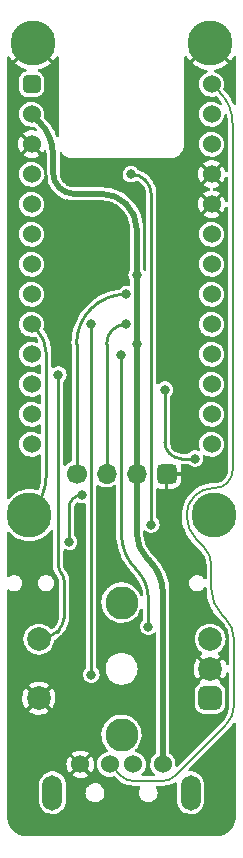
<source format=gbr>
%TF.GenerationSoftware,KiCad,Pcbnew,6.0.11-2627ca5db0~126~ubuntu22.04.1*%
%TF.CreationDate,2023-02-19T20:25:04+09:00*%
%TF.ProjectId,QuickPass,51756963-6b50-4617-9373-2e6b69636164,rev?*%
%TF.SameCoordinates,Original*%
%TF.FileFunction,Copper,L2,Bot*%
%TF.FilePolarity,Positive*%
%FSLAX46Y46*%
G04 Gerber Fmt 4.6, Leading zero omitted, Abs format (unit mm)*
G04 Created by KiCad (PCBNEW 6.0.11-2627ca5db0~126~ubuntu22.04.1) date 2023-02-19 20:25:04*
%MOMM*%
%LPD*%
G01*
G04 APERTURE LIST*
G04 Aperture macros list*
%AMRoundRect*
0 Rectangle with rounded corners*
0 $1 Rounding radius*
0 $2 $3 $4 $5 $6 $7 $8 $9 X,Y pos of 4 corners*
0 Add a 4 corners polygon primitive as box body*
4,1,4,$2,$3,$4,$5,$6,$7,$8,$9,$2,$3,0*
0 Add four circle primitives for the rounded corners*
1,1,$1+$1,$2,$3*
1,1,$1+$1,$4,$5*
1,1,$1+$1,$6,$7*
1,1,$1+$1,$8,$9*
0 Add four rect primitives between the rounded corners*
20,1,$1+$1,$2,$3,$4,$5,0*
20,1,$1+$1,$4,$5,$6,$7,0*
20,1,$1+$1,$6,$7,$8,$9,0*
20,1,$1+$1,$8,$9,$2,$3,0*%
G04 Aperture macros list end*
%TA.AperFunction,ComponentPad*%
%ADD10C,1.700000*%
%TD*%
%TA.AperFunction,ComponentPad*%
%ADD11O,1.700000X1.700000*%
%TD*%
%TA.AperFunction,ComponentPad*%
%ADD12RoundRect,0.425000X0.425000X-0.425000X0.425000X0.425000X-0.425000X0.425000X-0.425000X-0.425000X0*%
%TD*%
%TA.AperFunction,ComponentPad*%
%ADD13C,3.800000*%
%TD*%
%TA.AperFunction,ComponentPad*%
%ADD14RoundRect,0.500000X0.500000X0.500000X-0.500000X0.500000X-0.500000X-0.500000X0.500000X-0.500000X0*%
%TD*%
%TA.AperFunction,ComponentPad*%
%ADD15C,2.000000*%
%TD*%
%TA.AperFunction,ComponentPad*%
%ADD16C,2.800000*%
%TD*%
%TA.AperFunction,ComponentPad*%
%ADD17C,1.524000*%
%TD*%
%TA.AperFunction,ComponentPad*%
%ADD18O,1.700000X3.000000*%
%TD*%
%TA.AperFunction,ComponentPad*%
%ADD19RoundRect,0.381000X-0.381000X-0.381000X0.381000X-0.381000X0.381000X0.381000X-0.381000X0.381000X0*%
%TD*%
%TA.AperFunction,ViaPad*%
%ADD20C,0.800000*%
%TD*%
%TA.AperFunction,Conductor*%
%ADD21C,0.500000*%
%TD*%
%TA.AperFunction,Conductor*%
%ADD22C,0.250000*%
%TD*%
%TA.AperFunction,Conductor*%
%ADD23C,0.200000*%
%TD*%
G04 APERTURE END LIST*
D10*
%TO.P,J2,1,Pin_1*%
%TO.N,/SDA*%
X106190000Y-110000000D03*
D11*
%TO.P,J2,2,Pin_2*%
%TO.N,/SCL*%
X108730000Y-110000000D03*
%TO.P,J2,3,Pin_3*%
%TO.N,VBUS*%
X111270000Y-110000000D03*
D12*
%TO.P,J2,4,Pin_4*%
%TO.N,GND*%
X113810000Y-110000000D03*
%TD*%
D13*
%TO.P,H1,1,1*%
%TO.N,/P0*%
X117800000Y-113500000D03*
%TD*%
%TO.P,H4,1,1*%
%TO.N,GND*%
X102500000Y-73500000D03*
%TD*%
D14*
%TO.P,SW4,A,A*%
%TO.N,/EncB*%
X117500000Y-129000000D03*
D15*
%TO.P,SW4,B,B*%
%TO.N,/EncA*%
X117500000Y-124000000D03*
%TO.P,SW4,C,C*%
%TO.N,GND*%
X117500000Y-126500000D03*
D16*
%TO.P,SW4,MP*%
%TO.N,N/C*%
X110000000Y-132100000D03*
X110000000Y-120900000D03*
D15*
%TO.P,SW4,S1,S1*%
%TO.N,GND*%
X103000000Y-129000000D03*
%TO.P,SW4,S2,S2*%
%TO.N,/EncPB*%
X103000000Y-124000000D03*
%TD*%
D13*
%TO.P,H2,1,1*%
%TO.N,GND*%
X117500000Y-73500000D03*
%TD*%
D17*
%TO.P,J1,1,VBUS*%
%TO.N,VBUS*%
X113500000Y-134600000D03*
%TO.P,J1,2,D-*%
%TO.N,/D-*%
X111000000Y-134600000D03*
%TO.P,J1,3,D+*%
%TO.N,/D+*%
X109000000Y-134600000D03*
%TO.P,J1,4,GND*%
%TO.N,GND*%
X106500000Y-134600000D03*
D18*
%TO.P,J1,5,Shield*%
%TO.N,unconnected-(J1-Pad5)*%
X104150000Y-137000000D03*
X115850000Y-137000000D03*
%TD*%
D13*
%TO.P,H3,1,1*%
%TO.N,/P1*%
X102200000Y-113500000D03*
%TD*%
D19*
%TO.P,U1,0,D-*%
%TO.N,/D-*%
X102380000Y-77010000D03*
D17*
%TO.P,U1,1,RAW*%
%TO.N,VBUS*%
X102380000Y-79550000D03*
%TO.P,U1,2,GND*%
%TO.N,GND*%
X102380000Y-82090000D03*
%TO.P,U1,3,RESET*%
%TO.N,/RST*%
X102380000Y-84630000D03*
%TO.P,U1,4,3V3*%
%TO.N,unconnected-(U1-Pad4)*%
X102380000Y-87170000D03*
%TO.P,U1,5,A3*%
%TO.N,/EncA*%
X102380000Y-89710000D03*
%TO.P,U1,6,A2*%
%TO.N,/EncB*%
X102380000Y-92250000D03*
%TO.P,U1,7,A1*%
%TO.N,/P0*%
X102380000Y-94790000D03*
%TO.P,U1,8,A0*%
%TO.N,/P1*%
X102380000Y-97330000D03*
%TO.P,U1,9,SCK*%
%TO.N,/EncPB*%
X102380000Y-99870000D03*
%TO.P,U1,10,MISO*%
%TO.N,unconnected-(U1-Pad10)*%
X102380000Y-102410000D03*
%TO.P,U1,11,MOSI*%
%TO.N,unconnected-(U1-Pad11)*%
X102380000Y-104950000D03*
%TO.P,U1,12,D10*%
%TO.N,unconnected-(U1-Pad12)*%
X102380000Y-107490000D03*
%TO.P,U1,13,D9*%
%TO.N,unconnected-(U1-Pad13)*%
X117620000Y-107490000D03*
%TO.P,U1,14,D8*%
%TO.N,unconnected-(U1-Pad14)*%
X117620000Y-104950000D03*
%TO.P,U1,15,D7*%
%TO.N,/S0*%
X117620000Y-102410000D03*
%TO.P,U1,16,D6*%
%TO.N,unconnected-(U1-Pad16)*%
X117620000Y-99870000D03*
%TO.P,U1,17,D5*%
%TO.N,/SCL*%
X117620000Y-97330000D03*
%TO.P,U1,18,D4*%
%TO.N,/SDA*%
X117620000Y-94790000D03*
%TO.P,U1,19,D3*%
%TO.N,unconnected-(U1-Pad19)*%
X117620000Y-92250000D03*
%TO.P,U1,20,D2*%
%TO.N,unconnected-(U1-Pad20)*%
X117620000Y-89710000D03*
%TO.P,U1,21,GND*%
%TO.N,GND*%
X117620000Y-87170000D03*
%TO.P,U1,22,GND*%
X117620000Y-84630000D03*
%TO.P,U1,23,D1*%
%TO.N,/LED*%
X117620000Y-82090000D03*
%TO.P,U1,24,D0*%
%TO.N,unconnected-(U1-Pad24)*%
X117620000Y-79550000D03*
%TO.P,U1,25,D+*%
%TO.N,/D+*%
X117620000Y-77010000D03*
%TD*%
D20*
%TO.N,VBUS*%
X111280000Y-93140000D03*
X111280000Y-98980000D03*
%TO.N,GND*%
X102500000Y-109500000D03*
X115500000Y-131500000D03*
X115000000Y-121500000D03*
X106500000Y-131500000D03*
X104500000Y-99000000D03*
X115500000Y-106000000D03*
X114000000Y-115000000D03*
X110000000Y-139500000D03*
X102000000Y-139500000D03*
X118000000Y-139500000D03*
X105410000Y-87170000D03*
X105000000Y-94000000D03*
X108500000Y-113000000D03*
X109000000Y-92000000D03*
X116500000Y-110000000D03*
X115000000Y-100500000D03*
X109500000Y-118500000D03*
X115000000Y-96000000D03*
X114500000Y-85000000D03*
X108000000Y-89000000D03*
X115000000Y-91000000D03*
X102000000Y-134000000D03*
X115000000Y-126500000D03*
X118500000Y-134000000D03*
X104500000Y-126500000D03*
%TO.N,/SDA*%
X110400000Y-94790000D03*
%TO.N,/SCL*%
X110400000Y-97330000D03*
%TO.N,/S0*%
X106650000Y-111800000D03*
X105550000Y-115750000D03*
%TO.N,/RST*%
X112522000Y-114300000D03*
X110792000Y-84630000D03*
%TO.N,/P0*%
X116205000Y-108712000D03*
X113665000Y-102870000D03*
%TO.N,/EncPB*%
X104648000Y-101600000D03*
%TO.N,/EncB*%
X107442000Y-127000000D03*
X107442000Y-97282000D03*
%TO.N,/EncA*%
X112268000Y-122936000D03*
X109982000Y-99949000D03*
%TD*%
D21*
%TO.N,VBUS*%
X111280000Y-111475000D02*
X111280000Y-114978924D01*
X106000000Y-86300000D02*
X108300000Y-86300000D01*
X112368629Y-117368629D02*
X112200000Y-117200000D01*
X111280000Y-111475000D02*
X111280000Y-92220000D01*
X104200000Y-83000000D02*
X104200000Y-84500000D01*
X111280000Y-92220000D02*
X111280000Y-89280000D01*
X103047416Y-80217416D02*
X102380000Y-79550000D01*
X113500000Y-134600000D02*
X113500000Y-120100000D01*
X112200007Y-117199993D02*
G75*
G02*
X111280000Y-114978924I2221093J2221093D01*
G01*
X112368620Y-117368638D02*
G75*
G02*
X113500000Y-120100000I-2731320J-2731362D01*
G01*
X106000000Y-86300000D02*
G75*
G02*
X104200000Y-84500000I0J1800000D01*
G01*
X111280000Y-89280000D02*
G75*
G03*
X108300000Y-86300000I-2980000J0D01*
G01*
X103047423Y-80217409D02*
G75*
G02*
X104200000Y-83000000I-2782623J-2782591D01*
G01*
D22*
%TO.N,GND*%
X102380000Y-82090000D02*
X102617121Y-82327121D01*
X103600000Y-85360000D02*
X103600000Y-84700000D01*
X103599987Y-84700000D02*
G75*
G03*
X102617121Y-82327121I-3355787J0D01*
G01*
X103600000Y-85360000D02*
G75*
G03*
X105410000Y-87170000I1810000J0D01*
G01*
%TO.N,/SDA*%
X106190000Y-110000000D02*
X106190000Y-99000000D01*
X110400000Y-94790000D02*
G75*
G03*
X106190000Y-99000000I0J-4210000D01*
G01*
%TO.N,/SCL*%
X108730000Y-110000000D02*
X108730000Y-99000000D01*
X110400000Y-97330000D02*
G75*
G03*
X108730000Y-99000000I0J-1670000D01*
G01*
%TO.N,/S0*%
X105550000Y-115750000D02*
X105550000Y-112900000D01*
X106650000Y-111800000D02*
G75*
G03*
X105550000Y-112900000I0J-1100000D01*
G01*
%TO.N,/RST*%
X112522000Y-114300000D02*
X112522000Y-86360000D01*
X112522000Y-86360000D02*
G75*
G03*
X110792000Y-84630000I-1730000J0D01*
G01*
%TO.N,/P1*%
X102748117Y-97698116D02*
X102380000Y-97330000D01*
X103632000Y-110042847D02*
X103632000Y-99832000D01*
X103632019Y-110042847D02*
G75*
G02*
X102200000Y-113500000I-4889219J47D01*
G01*
X102748123Y-97698110D02*
G75*
G02*
X103632000Y-99832000I-2133923J-2133890D01*
G01*
%TO.N,/P0*%
X115062000Y-108712000D02*
X116205000Y-108712000D01*
X113665000Y-102870000D02*
X113665000Y-107315000D01*
X115062000Y-108712000D02*
G75*
G02*
X113665000Y-107315000I0J1397000D01*
G01*
%TO.N,/EncPB*%
X104648000Y-101600000D02*
X104648000Y-117862329D01*
X104700000Y-123200000D02*
X104536397Y-123363603D01*
X105100000Y-118953553D02*
X105100000Y-122234315D01*
X105100019Y-118953553D02*
G75*
G03*
X104850000Y-118350000I-853619J-47D01*
G01*
X104850008Y-118349992D02*
G75*
G02*
X104648000Y-117862329I487692J487692D01*
G01*
X104699996Y-123199996D02*
G75*
G03*
X105100000Y-122234315I-965696J965696D01*
G01*
X103000000Y-123999997D02*
G75*
G03*
X104536396Y-123363602I0J2172797D01*
G01*
%TO.N,/EncB*%
X107442000Y-127000000D02*
X107442000Y-97282000D01*
%TO.N,/EncA*%
X109982000Y-99949000D02*
X109982000Y-115043949D01*
X112268000Y-120562840D02*
X112268000Y-122936000D01*
X112267983Y-120562840D02*
G75*
G03*
X111252000Y-118110000I-3468783J40D01*
G01*
X111251985Y-118110015D02*
G75*
G02*
X109982000Y-115043949I3066015J3066015D01*
G01*
D23*
%TO.N,/D+*%
X117602000Y-119773765D02*
X117602000Y-117738025D01*
X116967000Y-116205000D02*
X116375398Y-115613398D01*
X119400000Y-82000000D02*
X119400000Y-82276000D01*
X119500000Y-129700000D02*
X119500000Y-123959000D01*
X117800000Y-111200000D02*
X117911895Y-111200000D01*
X118771680Y-122200680D02*
X118491000Y-121920000D01*
X119400000Y-82276000D02*
X119400000Y-80312284D01*
X114524264Y-135575736D02*
X118863604Y-131236396D01*
X109000000Y-134600000D02*
X109975735Y-135575735D01*
X119400000Y-109711895D02*
X119400000Y-82276000D01*
X117620000Y-77010000D02*
X118323582Y-77713582D01*
X111000000Y-136000000D02*
X113500000Y-136000000D01*
X111000000Y-136000008D02*
G75*
G02*
X109975735Y-135575735I0J1448508D01*
G01*
X117800000Y-111200000D02*
G75*
G03*
X115500000Y-113500000I0J-2300000D01*
G01*
X119499997Y-129700000D02*
G75*
G02*
X118863603Y-131236395I-2172797J0D01*
G01*
X115500002Y-113500000D02*
G75*
G03*
X116375399Y-115613397I2988798J0D01*
G01*
X118323570Y-77713594D02*
G75*
G02*
X119400000Y-80312284I-2598670J-2598706D01*
G01*
X117602015Y-119773765D02*
G75*
G03*
X118491000Y-121920000I3035185J-35D01*
G01*
X116967008Y-116204992D02*
G75*
G02*
X117602000Y-117738025I-1533008J-1533008D01*
G01*
X119400000Y-109711895D02*
G75*
G02*
X117911895Y-111200000I-1488100J-5D01*
G01*
X114524258Y-135575730D02*
G75*
G02*
X113500000Y-136000000I-1024258J1024230D01*
G01*
X118771672Y-122200688D02*
G75*
G02*
X119500000Y-123959000I-1758272J-1758312D01*
G01*
%TD*%
%TA.AperFunction,Conductor*%
%TO.N,GND*%
G36*
X108063501Y-110938452D02*
G01*
X108178677Y-111015411D01*
X108183985Y-111017692D01*
X108183986Y-111017692D01*
X108367650Y-111096600D01*
X108367653Y-111096601D01*
X108372953Y-111098878D01*
X108378582Y-111100152D01*
X108378583Y-111100152D01*
X108573550Y-111144269D01*
X108573553Y-111144269D01*
X108579186Y-111145544D01*
X108584957Y-111145771D01*
X108584959Y-111145771D01*
X108646989Y-111148208D01*
X108790470Y-111153846D01*
X108796179Y-111153018D01*
X108796183Y-111153018D01*
X108994015Y-111124333D01*
X108994019Y-111124332D01*
X108999730Y-111123504D01*
X109068523Y-111100152D01*
X109194483Y-111057395D01*
X109194488Y-111057393D01*
X109199955Y-111055537D01*
X109209473Y-111050207D01*
X109368934Y-110960904D01*
X109438142Y-110945070D01*
X109504924Y-110969167D01*
X109548077Y-111025544D01*
X109556500Y-111070838D01*
X109556500Y-115000544D01*
X109554948Y-115020256D01*
X109551196Y-115043944D01*
X109552748Y-115053742D01*
X109552748Y-115055841D01*
X109553655Y-115065053D01*
X109560794Y-115246802D01*
X109567511Y-115417821D01*
X109567800Y-115420262D01*
X109567801Y-115420276D01*
X109609056Y-115768862D01*
X109611486Y-115789393D01*
X109684479Y-116156370D01*
X109786040Y-116516488D01*
X109786895Y-116518805D01*
X109786898Y-116518815D01*
X109842263Y-116668890D01*
X109915543Y-116867527D01*
X109916576Y-116869768D01*
X109916579Y-116869775D01*
X109976261Y-116999237D01*
X110072189Y-117207324D01*
X110255012Y-117533782D01*
X110256384Y-117535835D01*
X110256385Y-117535837D01*
X110458710Y-117838638D01*
X110462887Y-117844890D01*
X110694530Y-118138729D01*
X110696207Y-118140543D01*
X110696212Y-118140549D01*
X110934295Y-118398106D01*
X110939994Y-118405050D01*
X110941551Y-118406607D01*
X110947376Y-118414624D01*
X110955392Y-118420448D01*
X110957770Y-118422176D01*
X110977064Y-118439493D01*
X111147535Y-118627579D01*
X111155379Y-118637137D01*
X111325912Y-118867075D01*
X111332782Y-118877356D01*
X111479959Y-119122907D01*
X111485786Y-119133808D01*
X111581249Y-119335648D01*
X111608189Y-119392609D01*
X111612919Y-119404028D01*
X111709363Y-119673578D01*
X111712952Y-119685411D01*
X111782508Y-119963108D01*
X111784920Y-119975235D01*
X111817530Y-120195083D01*
X111807740Y-120265401D01*
X111761486Y-120319263D01*
X111693456Y-120339569D01*
X111625246Y-120319870D01*
X111578515Y-120266423D01*
X111575461Y-120259237D01*
X111540843Y-120170216D01*
X111540842Y-120170214D01*
X111539150Y-120165863D01*
X111526848Y-120144338D01*
X111479616Y-120061700D01*
X111413731Y-119946426D01*
X111300310Y-119802553D01*
X111260147Y-119751606D01*
X111260144Y-119751603D01*
X111257255Y-119747938D01*
X111073160Y-119574758D01*
X110907657Y-119459944D01*
X110869331Y-119433356D01*
X110869328Y-119433354D01*
X110865489Y-119430691D01*
X110861296Y-119428623D01*
X110642993Y-119320968D01*
X110642990Y-119320967D01*
X110638805Y-119318903D01*
X110594379Y-119304682D01*
X110477440Y-119267250D01*
X110398087Y-119241849D01*
X110393480Y-119241099D01*
X110393477Y-119241098D01*
X110153235Y-119201972D01*
X110153236Y-119201972D01*
X110148624Y-119201221D01*
X110026026Y-119199616D01*
X109900573Y-119197974D01*
X109900570Y-119197974D01*
X109895896Y-119197913D01*
X109645455Y-119231996D01*
X109640965Y-119233305D01*
X109640959Y-119233306D01*
X109571946Y-119253422D01*
X109402803Y-119302723D01*
X109398556Y-119304681D01*
X109398553Y-119304682D01*
X109363226Y-119320968D01*
X109173270Y-119408539D01*
X109125066Y-119440143D01*
X108965812Y-119544554D01*
X108965807Y-119544558D01*
X108961899Y-119547120D01*
X108867616Y-119631271D01*
X108776876Y-119712259D01*
X108773333Y-119715421D01*
X108611715Y-119909746D01*
X108480595Y-120125825D01*
X108478786Y-120130139D01*
X108478785Y-120130141D01*
X108385301Y-120353076D01*
X108382854Y-120358911D01*
X108320639Y-120603883D01*
X108295316Y-120855361D01*
X108307443Y-121107820D01*
X108356752Y-121355713D01*
X108358331Y-121360111D01*
X108358333Y-121360118D01*
X108402537Y-121483236D01*
X108442160Y-121593595D01*
X108561792Y-121816240D01*
X108564587Y-121819984D01*
X108564589Y-121819986D01*
X108710226Y-122015018D01*
X108710231Y-122015024D01*
X108713018Y-122018756D01*
X108716327Y-122022036D01*
X108716332Y-122022042D01*
X108822910Y-122127694D01*
X108892517Y-122196696D01*
X108896279Y-122199454D01*
X108896282Y-122199457D01*
X109061051Y-122320270D01*
X109096346Y-122346149D01*
X109100481Y-122348325D01*
X109100485Y-122348327D01*
X109217952Y-122410129D01*
X109320026Y-122463833D01*
X109558644Y-122547162D01*
X109563237Y-122548034D01*
X109802369Y-122593435D01*
X109802372Y-122593435D01*
X109806958Y-122594306D01*
X109927081Y-122599026D01*
X110054845Y-122604046D01*
X110054850Y-122604046D01*
X110059513Y-122604229D01*
X110137657Y-122595671D01*
X110306107Y-122577223D01*
X110306112Y-122577222D01*
X110310760Y-122576713D01*
X110428861Y-122545620D01*
X110550658Y-122513554D01*
X110550661Y-122513553D01*
X110555181Y-122512363D01*
X110737209Y-122434157D01*
X110783111Y-122414436D01*
X110783113Y-122414435D01*
X110787405Y-122412591D01*
X110894774Y-122346149D01*
X110998358Y-122282050D01*
X110998362Y-122282047D01*
X111002331Y-122279591D01*
X111095367Y-122200830D01*
X111191672Y-122119302D01*
X111191673Y-122119301D01*
X111195238Y-122116283D01*
X111277886Y-122022042D01*
X111358806Y-121929771D01*
X111358810Y-121929766D01*
X111361888Y-121926256D01*
X111378116Y-121901027D01*
X111496094Y-121717610D01*
X111496096Y-121717607D01*
X111498619Y-121713684D01*
X111601618Y-121485034D01*
X111647833Y-121431139D01*
X111715850Y-121410786D01*
X111784073Y-121430436D01*
X111830842Y-121483851D01*
X111842500Y-121536784D01*
X111842500Y-122320270D01*
X111822498Y-122388391D01*
X111799329Y-122415219D01*
X111743604Y-122463831D01*
X111729434Y-122483993D01*
X111651905Y-122594306D01*
X111646113Y-122602547D01*
X111584524Y-122760513D01*
X111583532Y-122768046D01*
X111583532Y-122768047D01*
X111563878Y-122917341D01*
X111562394Y-122928611D01*
X111580999Y-123097135D01*
X111639266Y-123256356D01*
X111643502Y-123262659D01*
X111643502Y-123262660D01*
X111653000Y-123276795D01*
X111733830Y-123397083D01*
X111739442Y-123402190D01*
X111739445Y-123402193D01*
X111853612Y-123506077D01*
X111853616Y-123506080D01*
X111859233Y-123511191D01*
X111865906Y-123514814D01*
X111865910Y-123514817D01*
X112001558Y-123588467D01*
X112001560Y-123588468D01*
X112008235Y-123592092D01*
X112015584Y-123594020D01*
X112164883Y-123633188D01*
X112164885Y-123633188D01*
X112172233Y-123635116D01*
X112258609Y-123636473D01*
X112334161Y-123637660D01*
X112334164Y-123637660D01*
X112341760Y-123637779D01*
X112349165Y-123636083D01*
X112349166Y-123636083D01*
X112409586Y-123622245D01*
X112507029Y-123599928D01*
X112658498Y-123523747D01*
X112664269Y-123518818D01*
X112664272Y-123518816D01*
X112741669Y-123452712D01*
X112806459Y-123423681D01*
X112876659Y-123434286D01*
X112929982Y-123481161D01*
X112949500Y-123548523D01*
X112949500Y-133618850D01*
X112929498Y-133686971D01*
X112902453Y-133717045D01*
X112753011Y-133837200D01*
X112619075Y-133996818D01*
X112518693Y-134179411D01*
X112455690Y-134378025D01*
X112432463Y-134585093D01*
X112449899Y-134792730D01*
X112507333Y-134993025D01*
X112510151Y-134998507D01*
X112510152Y-134998511D01*
X112599756Y-135172862D01*
X112599759Y-135172866D01*
X112602577Y-135178350D01*
X112620451Y-135200901D01*
X112728174Y-135336816D01*
X112728179Y-135336821D01*
X112732003Y-135341646D01*
X112736697Y-135345641D01*
X112736698Y-135345642D01*
X112774186Y-135377547D01*
X112813098Y-135436929D01*
X112813729Y-135507923D01*
X112775877Y-135567988D01*
X112711561Y-135598053D01*
X112692522Y-135599500D01*
X111812489Y-135599500D01*
X111744368Y-135579498D01*
X111697875Y-135525842D01*
X111687771Y-135455568D01*
X111717265Y-135390988D01*
X111727243Y-135381503D01*
X111726950Y-135381196D01*
X111731404Y-135376954D01*
X111736266Y-135373156D01*
X111872417Y-135215423D01*
X111875461Y-135210065D01*
X111972294Y-135039610D01*
X111972296Y-135039606D01*
X111975339Y-135034249D01*
X112027351Y-134877894D01*
X112039164Y-134842382D01*
X112039165Y-134842379D01*
X112041109Y-134836534D01*
X112067225Y-134629810D01*
X112067641Y-134600000D01*
X112047308Y-134392627D01*
X111987083Y-134193154D01*
X111889261Y-134009176D01*
X111883590Y-134002222D01*
X111847427Y-133957882D01*
X111757567Y-133847704D01*
X111597017Y-133714885D01*
X111413728Y-133615781D01*
X111214679Y-133554165D01*
X111215512Y-133551475D01*
X111163476Y-133523842D01*
X111128729Y-133461930D01*
X111132969Y-133391060D01*
X111170117Y-133337550D01*
X111195238Y-133316283D01*
X111277886Y-133222042D01*
X111358806Y-133129771D01*
X111358810Y-133129766D01*
X111361888Y-133126256D01*
X111432653Y-133016240D01*
X111496094Y-132917610D01*
X111496096Y-132917607D01*
X111498619Y-132913684D01*
X111602428Y-132683236D01*
X111671034Y-132439976D01*
X111687263Y-132312409D01*
X111702533Y-132192378D01*
X111702533Y-132192372D01*
X111702931Y-132189247D01*
X111705268Y-132100000D01*
X111686537Y-131847945D01*
X111630756Y-131601428D01*
X111539150Y-131365863D01*
X111413731Y-131146426D01*
X111272652Y-130967469D01*
X111260147Y-130951606D01*
X111260144Y-130951603D01*
X111257255Y-130947938D01*
X111073160Y-130774758D01*
X110865489Y-130630691D01*
X110861296Y-130628623D01*
X110642993Y-130520968D01*
X110642990Y-130520967D01*
X110638805Y-130518903D01*
X110594379Y-130504682D01*
X110542403Y-130488045D01*
X110398087Y-130441849D01*
X110393480Y-130441099D01*
X110393477Y-130441098D01*
X110153235Y-130401972D01*
X110153236Y-130401972D01*
X110148624Y-130401221D01*
X110026026Y-130399616D01*
X109900573Y-130397974D01*
X109900570Y-130397974D01*
X109895896Y-130397913D01*
X109645455Y-130431996D01*
X109640965Y-130433305D01*
X109640959Y-130433306D01*
X109537851Y-130463360D01*
X109402803Y-130502723D01*
X109398556Y-130504681D01*
X109398553Y-130504682D01*
X109363226Y-130520968D01*
X109173270Y-130608539D01*
X109169361Y-130611102D01*
X108965812Y-130744554D01*
X108965807Y-130744558D01*
X108961899Y-130747120D01*
X108773333Y-130915421D01*
X108611715Y-131109746D01*
X108480595Y-131325825D01*
X108478786Y-131330139D01*
X108478785Y-131330141D01*
X108387055Y-131548893D01*
X108382854Y-131558911D01*
X108320639Y-131803883D01*
X108295316Y-132055361D01*
X108307443Y-132307820D01*
X108356752Y-132555713D01*
X108358331Y-132560111D01*
X108358333Y-132560118D01*
X108440577Y-132789186D01*
X108442160Y-132793595D01*
X108561792Y-133016240D01*
X108564587Y-133019984D01*
X108564589Y-133019986D01*
X108710226Y-133215018D01*
X108710231Y-133215024D01*
X108713018Y-133218756D01*
X108716327Y-133222036D01*
X108716332Y-133222042D01*
X108840099Y-133344733D01*
X108874395Y-133406896D01*
X108869640Y-133477733D01*
X108827341Y-133534754D01*
X108786968Y-133555089D01*
X108600055Y-133610101D01*
X108415399Y-133706636D01*
X108253011Y-133837200D01*
X108119075Y-133996818D01*
X108018693Y-134179411D01*
X107955690Y-134378025D01*
X107932463Y-134585093D01*
X107949899Y-134792730D01*
X108007333Y-134993025D01*
X108010151Y-134998507D01*
X108010152Y-134998511D01*
X108099756Y-135172862D01*
X108099759Y-135172866D01*
X108102577Y-135178350D01*
X108120451Y-135200901D01*
X108228174Y-135336816D01*
X108228179Y-135336821D01*
X108232003Y-135341646D01*
X108236696Y-135345640D01*
X108236697Y-135345641D01*
X108336120Y-135430256D01*
X108390683Y-135476693D01*
X108572571Y-135578346D01*
X108770740Y-135642735D01*
X108977641Y-135667407D01*
X108983776Y-135666935D01*
X108983778Y-135666935D01*
X109179252Y-135651894D01*
X109179256Y-135651893D01*
X109185394Y-135651421D01*
X109348715Y-135605821D01*
X109419704Y-135606768D01*
X109471692Y-135638085D01*
X109663236Y-135829629D01*
X109676078Y-135844664D01*
X109689005Y-135862457D01*
X109697030Y-135868288D01*
X109698340Y-135869598D01*
X109702378Y-135872825D01*
X109871962Y-136021550D01*
X110073497Y-136156214D01*
X110290885Y-136263420D01*
X110520406Y-136341334D01*
X110524444Y-136342137D01*
X110524447Y-136342138D01*
X110754095Y-136387819D01*
X110754101Y-136387820D01*
X110758134Y-136388622D01*
X110762239Y-136388891D01*
X110762246Y-136388892D01*
X110983277Y-136403379D01*
X110988307Y-136403941D01*
X110990207Y-136403941D01*
X111000000Y-136405492D01*
X111021726Y-136402051D01*
X111041436Y-136400500D01*
X111453118Y-136400500D01*
X111521239Y-136420502D01*
X111567732Y-136474158D01*
X111577836Y-136544432D01*
X111559504Y-136594011D01*
X111525963Y-136646864D01*
X111523598Y-136653506D01*
X111468081Y-136809414D01*
X111468080Y-136809419D01*
X111465719Y-136816049D01*
X111464886Y-136823035D01*
X111464885Y-136823039D01*
X111449648Y-136950823D01*
X111444455Y-136994376D01*
X111463227Y-137172983D01*
X111521103Y-137342993D01*
X111615206Y-137495955D01*
X111620132Y-137500986D01*
X111620135Y-137500989D01*
X111623838Y-137504770D01*
X111740859Y-137624268D01*
X111746784Y-137628087D01*
X111746786Y-137628088D01*
X111868507Y-137706532D01*
X111891817Y-137721554D01*
X111898437Y-137723963D01*
X111898440Y-137723965D01*
X112053961Y-137780570D01*
X112053964Y-137780571D01*
X112060578Y-137782978D01*
X112087121Y-137786331D01*
X112195355Y-137800004D01*
X112195358Y-137800004D01*
X112199283Y-137800500D01*
X112295155Y-137800500D01*
X112428472Y-137785546D01*
X112435847Y-137782978D01*
X112503451Y-137759436D01*
X112598073Y-137726485D01*
X112604880Y-137722232D01*
X112744401Y-137635049D01*
X112750375Y-137631316D01*
X112814365Y-137567771D01*
X112872810Y-137509733D01*
X112872813Y-137509729D01*
X112877807Y-137504770D01*
X112974037Y-137353136D01*
X112984643Y-137323352D01*
X113031919Y-137190586D01*
X113031920Y-137190581D01*
X113034281Y-137183951D01*
X113035114Y-137176965D01*
X113035115Y-137176961D01*
X113054711Y-137012617D01*
X113055545Y-137005624D01*
X113036773Y-136827017D01*
X112978897Y-136657007D01*
X112939226Y-136592522D01*
X112920568Y-136524021D01*
X112941907Y-136456307D01*
X112996467Y-136410879D01*
X113046544Y-136400500D01*
X113458564Y-136400500D01*
X113478274Y-136402051D01*
X113490206Y-136403941D01*
X113490207Y-136403941D01*
X113500000Y-136405492D01*
X113509797Y-136403940D01*
X113511659Y-136403940D01*
X113516805Y-136403365D01*
X113560520Y-136400500D01*
X113737753Y-136388884D01*
X113737760Y-136388883D01*
X113741865Y-136388614D01*
X113745898Y-136387812D01*
X113745904Y-136387811D01*
X113975550Y-136342130D01*
X113975552Y-136342129D01*
X113979591Y-136341326D01*
X114209111Y-136263413D01*
X114426498Y-136156208D01*
X114429929Y-136153916D01*
X114429935Y-136153912D01*
X114511786Y-136099220D01*
X114579539Y-136078004D01*
X114648006Y-136096786D01*
X114695450Y-136149603D01*
X114706916Y-136218793D01*
X114699936Y-136277766D01*
X114699936Y-136277768D01*
X114699500Y-136281455D01*
X114699500Y-137703641D01*
X114713919Y-137860560D01*
X114771314Y-138064069D01*
X114773867Y-138069247D01*
X114773869Y-138069251D01*
X114785169Y-138092164D01*
X114864835Y-138253710D01*
X114991349Y-138423133D01*
X115146619Y-138566663D01*
X115325446Y-138679495D01*
X115521840Y-138757848D01*
X115527497Y-138758973D01*
X115527503Y-138758975D01*
X115723558Y-138797972D01*
X115723560Y-138797972D01*
X115729225Y-138799099D01*
X115735000Y-138799175D01*
X115735004Y-138799175D01*
X115841024Y-138800563D01*
X115940654Y-138801867D01*
X115956321Y-138799175D01*
X116143350Y-138767038D01*
X116143351Y-138767038D01*
X116149047Y-138766059D01*
X116347425Y-138692873D01*
X116366316Y-138681634D01*
X116524179Y-138587716D01*
X116524180Y-138587715D01*
X116529144Y-138584762D01*
X116688119Y-138445345D01*
X116819024Y-138279292D01*
X116830049Y-138258338D01*
X116914785Y-138097280D01*
X116917477Y-138092164D01*
X116980180Y-137890227D01*
X116990800Y-137800500D01*
X117000064Y-137722232D01*
X117000064Y-137722225D01*
X117000500Y-137718545D01*
X117000500Y-136296359D01*
X116986081Y-136139440D01*
X116928686Y-135935931D01*
X116917553Y-135913354D01*
X116837719Y-135751469D01*
X116835165Y-135746290D01*
X116708651Y-135576867D01*
X116595964Y-135472700D01*
X116557622Y-135437257D01*
X116557620Y-135437255D01*
X116553381Y-135433337D01*
X116486262Y-135390988D01*
X116379434Y-135323584D01*
X116379433Y-135323584D01*
X116374554Y-135320505D01*
X116178160Y-135242152D01*
X116172503Y-135241027D01*
X116172497Y-135241025D01*
X115976442Y-135202028D01*
X115976440Y-135202028D01*
X115970775Y-135200901D01*
X115965000Y-135200825D01*
X115964996Y-135200825D01*
X115819311Y-135198918D01*
X115770642Y-135198281D01*
X115702789Y-135177389D01*
X115657002Y-135123129D01*
X115647819Y-135052729D01*
X115678155Y-134988540D01*
X115683196Y-134983197D01*
X119117499Y-131548893D01*
X119132532Y-131536053D01*
X119142308Y-131528950D01*
X119150331Y-131523121D01*
X119155790Y-131515608D01*
X119156959Y-131514300D01*
X119158505Y-131512754D01*
X119160032Y-131510861D01*
X119339907Y-131309580D01*
X119339908Y-131309579D01*
X119342259Y-131306948D01*
X119470740Y-131125870D01*
X119526471Y-131081889D01*
X119597135Y-131075020D01*
X119660294Y-131107445D01*
X119695897Y-131168869D01*
X119699500Y-131198783D01*
X119699500Y-138962683D01*
X119697586Y-138984563D01*
X119694864Y-139000000D01*
X119696778Y-139010855D01*
X119696778Y-139021878D01*
X119696413Y-139021878D01*
X119697051Y-139034236D01*
X119682845Y-139232877D01*
X119680287Y-139250669D01*
X119643697Y-139418867D01*
X119632574Y-139469996D01*
X119627510Y-139487244D01*
X119549069Y-139697556D01*
X119541600Y-139713910D01*
X119434029Y-139910910D01*
X119424310Y-139926033D01*
X119289794Y-140105725D01*
X119278021Y-140119311D01*
X119119311Y-140278021D01*
X119105725Y-140289794D01*
X118926033Y-140424310D01*
X118910913Y-140434027D01*
X118713906Y-140541602D01*
X118697560Y-140549067D01*
X118527627Y-140612448D01*
X118487244Y-140627510D01*
X118469995Y-140632574D01*
X118250669Y-140680287D01*
X118232881Y-140682844D01*
X118130210Y-140690187D01*
X118034236Y-140697051D01*
X118021878Y-140696413D01*
X118021878Y-140696778D01*
X118010855Y-140696778D01*
X118000000Y-140694864D01*
X117989145Y-140696778D01*
X117984563Y-140697586D01*
X117962683Y-140699500D01*
X102037317Y-140699500D01*
X102015437Y-140697586D01*
X102010855Y-140696778D01*
X102000000Y-140694864D01*
X101989145Y-140696778D01*
X101978122Y-140696778D01*
X101978122Y-140696413D01*
X101965764Y-140697051D01*
X101869790Y-140690187D01*
X101767119Y-140682844D01*
X101749331Y-140680287D01*
X101530005Y-140632574D01*
X101512756Y-140627510D01*
X101472373Y-140612448D01*
X101302440Y-140549067D01*
X101286094Y-140541602D01*
X101089087Y-140434027D01*
X101073967Y-140424310D01*
X100894275Y-140289794D01*
X100880689Y-140278021D01*
X100721979Y-140119311D01*
X100710206Y-140105725D01*
X100575690Y-139926033D01*
X100565971Y-139910910D01*
X100458400Y-139713910D01*
X100450931Y-139697556D01*
X100372490Y-139487244D01*
X100367426Y-139469996D01*
X100356303Y-139418867D01*
X100319713Y-139250669D01*
X100317155Y-139232877D01*
X100302949Y-139034236D01*
X100303587Y-139021878D01*
X100303222Y-139021878D01*
X100303222Y-139010855D01*
X100305136Y-139000000D01*
X100302414Y-138984563D01*
X100300500Y-138962683D01*
X100300500Y-137703641D01*
X102999500Y-137703641D01*
X103013919Y-137860560D01*
X103071314Y-138064069D01*
X103073867Y-138069247D01*
X103073869Y-138069251D01*
X103085169Y-138092164D01*
X103164835Y-138253710D01*
X103291349Y-138423133D01*
X103446619Y-138566663D01*
X103625446Y-138679495D01*
X103821840Y-138757848D01*
X103827497Y-138758973D01*
X103827503Y-138758975D01*
X104023558Y-138797972D01*
X104023560Y-138797972D01*
X104029225Y-138799099D01*
X104035000Y-138799175D01*
X104035004Y-138799175D01*
X104141024Y-138800563D01*
X104240654Y-138801867D01*
X104256321Y-138799175D01*
X104443350Y-138767038D01*
X104443351Y-138767038D01*
X104449047Y-138766059D01*
X104647425Y-138692873D01*
X104666316Y-138681634D01*
X104824179Y-138587716D01*
X104824180Y-138587715D01*
X104829144Y-138584762D01*
X104988119Y-138445345D01*
X105119024Y-138279292D01*
X105130049Y-138258338D01*
X105214785Y-138097280D01*
X105217477Y-138092164D01*
X105280180Y-137890227D01*
X105290800Y-137800500D01*
X105300064Y-137722232D01*
X105300064Y-137722225D01*
X105300500Y-137718545D01*
X105300500Y-136994376D01*
X106944455Y-136994376D01*
X106963227Y-137172983D01*
X107021103Y-137342993D01*
X107115206Y-137495955D01*
X107120132Y-137500986D01*
X107120135Y-137500989D01*
X107123838Y-137504770D01*
X107240859Y-137624268D01*
X107246784Y-137628087D01*
X107246786Y-137628088D01*
X107368507Y-137706532D01*
X107391817Y-137721554D01*
X107398437Y-137723963D01*
X107398440Y-137723965D01*
X107553961Y-137780570D01*
X107553964Y-137780571D01*
X107560578Y-137782978D01*
X107587121Y-137786331D01*
X107695355Y-137800004D01*
X107695358Y-137800004D01*
X107699283Y-137800500D01*
X107795155Y-137800500D01*
X107928472Y-137785546D01*
X107935847Y-137782978D01*
X108003451Y-137759436D01*
X108098073Y-137726485D01*
X108104880Y-137722232D01*
X108244401Y-137635049D01*
X108250375Y-137631316D01*
X108314365Y-137567771D01*
X108372810Y-137509733D01*
X108372813Y-137509729D01*
X108377807Y-137504770D01*
X108474037Y-137353136D01*
X108484643Y-137323352D01*
X108531919Y-137190586D01*
X108531920Y-137190581D01*
X108534281Y-137183951D01*
X108535114Y-137176965D01*
X108535115Y-137176961D01*
X108554711Y-137012617D01*
X108555545Y-137005624D01*
X108536773Y-136827017D01*
X108478897Y-136657007D01*
X108384794Y-136504045D01*
X108379868Y-136499014D01*
X108379865Y-136499011D01*
X108284914Y-136402051D01*
X108259141Y-136375732D01*
X108242413Y-136364951D01*
X108114109Y-136282265D01*
X108108183Y-136278446D01*
X108101563Y-136276037D01*
X108101560Y-136276035D01*
X107946039Y-136219430D01*
X107946036Y-136219429D01*
X107939422Y-136217022D01*
X107882692Y-136209856D01*
X107804645Y-136199996D01*
X107804642Y-136199996D01*
X107800717Y-136199500D01*
X107704845Y-136199500D01*
X107571528Y-136214454D01*
X107564875Y-136216771D01*
X107564874Y-136216771D01*
X107496549Y-136240564D01*
X107401927Y-136273515D01*
X107395953Y-136277248D01*
X107395951Y-136277249D01*
X107293407Y-136341326D01*
X107249625Y-136368684D01*
X107207135Y-136410879D01*
X107127190Y-136490267D01*
X107127187Y-136490271D01*
X107122193Y-136495230D01*
X107118419Y-136501176D01*
X107118418Y-136501178D01*
X107090968Y-136544432D01*
X107025963Y-136646864D01*
X107023598Y-136653506D01*
X106968081Y-136809414D01*
X106968080Y-136809419D01*
X106965719Y-136816049D01*
X106964886Y-136823035D01*
X106964885Y-136823039D01*
X106949648Y-136950823D01*
X106944455Y-136994376D01*
X105300500Y-136994376D01*
X105300500Y-136296359D01*
X105286081Y-136139440D01*
X105228686Y-135935931D01*
X105217553Y-135913354D01*
X105137719Y-135751469D01*
X105135165Y-135746290D01*
X105008651Y-135576867D01*
X104948557Y-135521317D01*
X105795965Y-135521317D01*
X105805847Y-135533806D01*
X105938362Y-135622350D01*
X105948472Y-135627840D01*
X106134077Y-135707582D01*
X106145020Y-135711137D01*
X106342042Y-135755719D01*
X106353452Y-135757221D01*
X106555307Y-135765152D01*
X106566789Y-135764550D01*
X106766712Y-135735563D01*
X106777894Y-135732878D01*
X106969185Y-135667943D01*
X106979688Y-135663267D01*
X107155950Y-135564556D01*
X107165422Y-135558046D01*
X107195435Y-135533084D01*
X107203889Y-135520496D01*
X107197717Y-135509849D01*
X106512812Y-134824944D01*
X106498868Y-134817330D01*
X106497035Y-134817461D01*
X106490420Y-134821712D01*
X105802161Y-135509971D01*
X105795965Y-135521317D01*
X104948557Y-135521317D01*
X104895964Y-135472700D01*
X104857622Y-135437257D01*
X104857620Y-135437255D01*
X104853381Y-135433337D01*
X104786262Y-135390988D01*
X104679434Y-135323584D01*
X104679433Y-135323584D01*
X104674554Y-135320505D01*
X104478160Y-135242152D01*
X104472503Y-135241027D01*
X104472497Y-135241025D01*
X104276442Y-135202028D01*
X104276440Y-135202028D01*
X104270775Y-135200901D01*
X104265000Y-135200825D01*
X104264996Y-135200825D01*
X104158976Y-135199437D01*
X104059346Y-135198133D01*
X104053649Y-135199112D01*
X104053648Y-135199112D01*
X103856650Y-135232962D01*
X103856649Y-135232962D01*
X103850953Y-135233941D01*
X103652575Y-135307127D01*
X103647614Y-135310079D01*
X103647613Y-135310079D01*
X103527560Y-135381503D01*
X103470856Y-135415238D01*
X103311881Y-135554655D01*
X103180976Y-135720708D01*
X103178287Y-135725819D01*
X103178285Y-135725822D01*
X103157593Y-135765152D01*
X103082523Y-135907836D01*
X103019820Y-136109773D01*
X103019141Y-136115510D01*
X102999937Y-136277766D01*
X102999500Y-136281455D01*
X102999500Y-137703641D01*
X100300500Y-137703641D01*
X100300500Y-134575218D01*
X105333800Y-134575218D01*
X105347011Y-134776789D01*
X105348811Y-134788156D01*
X105398537Y-134983950D01*
X105402375Y-134994788D01*
X105486949Y-135178244D01*
X105492700Y-135188205D01*
X105567944Y-135294673D01*
X105578534Y-135303062D01*
X105591834Y-135296034D01*
X106275056Y-134612812D01*
X106281434Y-134601132D01*
X106717330Y-134601132D01*
X106717461Y-134602965D01*
X106721712Y-134609580D01*
X107408686Y-135296554D01*
X107421994Y-135303821D01*
X107432033Y-135296699D01*
X107458046Y-135265422D01*
X107464556Y-135255950D01*
X107563267Y-135079688D01*
X107567943Y-135069185D01*
X107632878Y-134877894D01*
X107635563Y-134866712D01*
X107664846Y-134664749D01*
X107665476Y-134657366D01*
X107666881Y-134603704D01*
X107666638Y-134596305D01*
X107647966Y-134393092D01*
X107645868Y-134381771D01*
X107591038Y-134187357D01*
X107586913Y-134176610D01*
X107497566Y-133995435D01*
X107491556Y-133985628D01*
X107431835Y-133905651D01*
X107420577Y-133897202D01*
X107408158Y-133903974D01*
X106724944Y-134587188D01*
X106717330Y-134601132D01*
X106281434Y-134601132D01*
X106282670Y-134598868D01*
X106282539Y-134597035D01*
X106278288Y-134590420D01*
X105591848Y-133903980D01*
X105579007Y-133896968D01*
X105568318Y-133904763D01*
X105524868Y-133959880D01*
X105518597Y-133969536D01*
X105424546Y-134148298D01*
X105420138Y-134158941D01*
X105360235Y-134351857D01*
X105357845Y-134363101D01*
X105334101Y-134563717D01*
X105333800Y-134575218D01*
X100300500Y-134575218D01*
X100300500Y-133678699D01*
X105794763Y-133678699D01*
X105800596Y-133688464D01*
X106487188Y-134375056D01*
X106501132Y-134382670D01*
X106502965Y-134382539D01*
X106509580Y-134378288D01*
X107199305Y-133688563D01*
X107206919Y-133674619D01*
X107206882Y-133674102D01*
X107204377Y-133670367D01*
X107034680Y-133563296D01*
X107024436Y-133558076D01*
X106836808Y-133483220D01*
X106825770Y-133479950D01*
X106627650Y-133440542D01*
X106616203Y-133439339D01*
X106414222Y-133436695D01*
X106402742Y-133437598D01*
X106203661Y-133471807D01*
X106192541Y-133474787D01*
X106003019Y-133544705D01*
X105992641Y-133549655D01*
X105819034Y-133652940D01*
X105809725Y-133659704D01*
X105803159Y-133665463D01*
X105794763Y-133678699D01*
X100300500Y-133678699D01*
X100300500Y-130090960D01*
X102127206Y-130090960D01*
X102134350Y-130101020D01*
X102190267Y-130147443D01*
X102198698Y-130153348D01*
X102388549Y-130264288D01*
X102397832Y-130268735D01*
X102603243Y-130347174D01*
X102613141Y-130350050D01*
X102828605Y-130393886D01*
X102838833Y-130395105D01*
X103058562Y-130403163D01*
X103068848Y-130402696D01*
X103286946Y-130374757D01*
X103297024Y-130372615D01*
X103507625Y-130309431D01*
X103517223Y-130305670D01*
X103714682Y-130208936D01*
X103723520Y-130203667D01*
X103865206Y-130102604D01*
X103873606Y-130091904D01*
X103866619Y-130078751D01*
X103012812Y-129224944D01*
X102998868Y-129217330D01*
X102997035Y-129217461D01*
X102990420Y-129221712D01*
X102134465Y-130077667D01*
X102127206Y-130090960D01*
X100300500Y-130090960D01*
X100300500Y-128970834D01*
X101595918Y-128970834D01*
X101608575Y-129190341D01*
X101610011Y-129200562D01*
X101658349Y-129415050D01*
X101661428Y-129424878D01*
X101744153Y-129628605D01*
X101748796Y-129637796D01*
X101863688Y-129825282D01*
X101869764Y-129833584D01*
X101897135Y-129865182D01*
X101910219Y-129873593D01*
X101920192Y-129867676D01*
X102775056Y-129012812D01*
X102781434Y-129001132D01*
X103217330Y-129001132D01*
X103217461Y-129002965D01*
X103221712Y-129009580D01*
X104079073Y-129866941D01*
X104091083Y-129873500D01*
X104102823Y-129864532D01*
X104201129Y-129727723D01*
X104206440Y-129718885D01*
X104303854Y-129521782D01*
X104307653Y-129512187D01*
X104371568Y-129301821D01*
X104373747Y-129291740D01*
X104402684Y-129071945D01*
X104403203Y-129065272D01*
X104404716Y-129003365D01*
X104404522Y-128996646D01*
X104386359Y-128775721D01*
X104384674Y-128765541D01*
X104331111Y-128552300D01*
X104327786Y-128542534D01*
X104240118Y-128340911D01*
X104235240Y-128331814D01*
X104115818Y-128147214D01*
X104109526Y-128139044D01*
X104104358Y-128133364D01*
X104090793Y-128125105D01*
X104090538Y-128125111D01*
X104081523Y-128130609D01*
X103224944Y-128987188D01*
X103217330Y-129001132D01*
X102781434Y-129001132D01*
X102782670Y-128998868D01*
X102782539Y-128997035D01*
X102778288Y-128990420D01*
X101919268Y-128131400D01*
X101907732Y-128125100D01*
X101895449Y-128134723D01*
X101781447Y-128301842D01*
X101776359Y-128310798D01*
X101683786Y-128510231D01*
X101680223Y-128519918D01*
X101621467Y-128731783D01*
X101619536Y-128741904D01*
X101596169Y-128960546D01*
X101595918Y-128970834D01*
X100300500Y-128970834D01*
X100300500Y-127909500D01*
X102127218Y-127909500D01*
X102133964Y-127921832D01*
X102987188Y-128775056D01*
X103001132Y-128782670D01*
X103002965Y-128782539D01*
X103009580Y-128778288D01*
X103865471Y-127922397D01*
X103872492Y-127909540D01*
X103864719Y-127898873D01*
X103781460Y-127833118D01*
X103772876Y-127827415D01*
X103580393Y-127721158D01*
X103570981Y-127716928D01*
X103363725Y-127643534D01*
X103353755Y-127640900D01*
X103137293Y-127602344D01*
X103127039Y-127601374D01*
X102907176Y-127598687D01*
X102896891Y-127599407D01*
X102679553Y-127632664D01*
X102669526Y-127635053D01*
X102460538Y-127703360D01*
X102451029Y-127707357D01*
X102256009Y-127808879D01*
X102247274Y-127814380D01*
X102135672Y-127898174D01*
X102127218Y-127909500D01*
X100300500Y-127909500D01*
X100300500Y-119904750D01*
X100320502Y-119836629D01*
X100374158Y-119790136D01*
X100444432Y-119780032D01*
X100499487Y-119802042D01*
X100500206Y-119802553D01*
X100505822Y-119807663D01*
X100534410Y-119823185D01*
X100642829Y-119882052D01*
X100642831Y-119882053D01*
X100649506Y-119885677D01*
X100656855Y-119887605D01*
X100800301Y-119925237D01*
X100800303Y-119925237D01*
X100807651Y-119927165D01*
X100890932Y-119928473D01*
X100963529Y-119929614D01*
X100963532Y-119929614D01*
X100971128Y-119929733D01*
X100978533Y-119928037D01*
X100978534Y-119928037D01*
X101123097Y-119894928D01*
X101130498Y-119893233D01*
X101139561Y-119888675D01*
X101152729Y-119882052D01*
X101276561Y-119819770D01*
X101367334Y-119742243D01*
X101395106Y-119718524D01*
X101395107Y-119718523D01*
X101400885Y-119713588D01*
X101412355Y-119697627D01*
X101491861Y-119586983D01*
X101491862Y-119586982D01*
X101496293Y-119580815D01*
X101557275Y-119429116D01*
X101580312Y-119267250D01*
X101580461Y-119253000D01*
X101579599Y-119245874D01*
X102919576Y-119245874D01*
X102920363Y-119253000D01*
X102922387Y-119271330D01*
X102936394Y-119398202D01*
X102937518Y-119408384D01*
X102940127Y-119415515D01*
X102940128Y-119415517D01*
X102990789Y-119553954D01*
X102993705Y-119561923D01*
X102997941Y-119568226D01*
X102997941Y-119568227D01*
X103080660Y-119691327D01*
X103080663Y-119691330D01*
X103084894Y-119697627D01*
X103157803Y-119763969D01*
X103199645Y-119802042D01*
X103205822Y-119807663D01*
X103234410Y-119823185D01*
X103342829Y-119882052D01*
X103342831Y-119882053D01*
X103349506Y-119885677D01*
X103356855Y-119887605D01*
X103500301Y-119925237D01*
X103500303Y-119925237D01*
X103507651Y-119927165D01*
X103590932Y-119928473D01*
X103663529Y-119929614D01*
X103663532Y-119929614D01*
X103671128Y-119929733D01*
X103678533Y-119928037D01*
X103678534Y-119928037D01*
X103823097Y-119894928D01*
X103830498Y-119893233D01*
X103839561Y-119888675D01*
X103852729Y-119882052D01*
X103976561Y-119819770D01*
X104067334Y-119742243D01*
X104095106Y-119718524D01*
X104095107Y-119718523D01*
X104100885Y-119713588D01*
X104112355Y-119697627D01*
X104191861Y-119586983D01*
X104191862Y-119586982D01*
X104196293Y-119580815D01*
X104257275Y-119429116D01*
X104280312Y-119267250D01*
X104280461Y-119253000D01*
X104278688Y-119238343D01*
X104266606Y-119138510D01*
X104260819Y-119090687D01*
X104203027Y-118937745D01*
X104188057Y-118915963D01*
X104114723Y-118809262D01*
X104114722Y-118809261D01*
X104110421Y-118803003D01*
X103988348Y-118694240D01*
X103981638Y-118690687D01*
X103850566Y-118621288D01*
X103850564Y-118621287D01*
X103843855Y-118617735D01*
X103778631Y-118601352D01*
X103692655Y-118579756D01*
X103692651Y-118579756D01*
X103685284Y-118577905D01*
X103677685Y-118577865D01*
X103677683Y-118577865D01*
X103609653Y-118577509D01*
X103521790Y-118577049D01*
X103514410Y-118578821D01*
X103514408Y-118578821D01*
X103370189Y-118613444D01*
X103370185Y-118613445D01*
X103362810Y-118615216D01*
X103217524Y-118690204D01*
X103211804Y-118695194D01*
X103211800Y-118695197D01*
X103100044Y-118792688D01*
X103100041Y-118792691D01*
X103094319Y-118797683D01*
X103000307Y-118931448D01*
X102940917Y-119083776D01*
X102939926Y-119091303D01*
X102921231Y-119233306D01*
X102919576Y-119245874D01*
X101579599Y-119245874D01*
X101578688Y-119238343D01*
X101566606Y-119138510D01*
X101560819Y-119090687D01*
X101503027Y-118937745D01*
X101488057Y-118915963D01*
X101414723Y-118809262D01*
X101414722Y-118809261D01*
X101410421Y-118803003D01*
X101288348Y-118694240D01*
X101281638Y-118690687D01*
X101150566Y-118621288D01*
X101150564Y-118621287D01*
X101143855Y-118617735D01*
X101078631Y-118601352D01*
X100992655Y-118579756D01*
X100992651Y-118579756D01*
X100985284Y-118577905D01*
X100977685Y-118577865D01*
X100977683Y-118577865D01*
X100909653Y-118577509D01*
X100821790Y-118577049D01*
X100814410Y-118578821D01*
X100814408Y-118578821D01*
X100670189Y-118613444D01*
X100670185Y-118613445D01*
X100662810Y-118615216D01*
X100517524Y-118690204D01*
X100509328Y-118697354D01*
X100507151Y-118698357D01*
X100505519Y-118699466D01*
X100505334Y-118699194D01*
X100444848Y-118727061D01*
X100374540Y-118717192D01*
X100320730Y-118670878D01*
X100300500Y-118602404D01*
X100300500Y-115006209D01*
X100320502Y-114938088D01*
X100374158Y-114891595D01*
X100444432Y-114881491D01*
X100509012Y-114910985D01*
X100521232Y-114923131D01*
X100522227Y-114924265D01*
X100640673Y-115059327D01*
X100643762Y-115062036D01*
X100854446Y-115246802D01*
X100854452Y-115246806D01*
X100857546Y-115249520D01*
X100860972Y-115251809D01*
X100860977Y-115251813D01*
X100934555Y-115300976D01*
X101097389Y-115409778D01*
X101101088Y-115411602D01*
X101101093Y-115411605D01*
X101352403Y-115535537D01*
X101356098Y-115537359D01*
X101359996Y-115538682D01*
X101359998Y-115538683D01*
X101625337Y-115628754D01*
X101625341Y-115628755D01*
X101629247Y-115630081D01*
X101633291Y-115630885D01*
X101633297Y-115630887D01*
X101908118Y-115685552D01*
X101908121Y-115685552D01*
X101912161Y-115686356D01*
X101916272Y-115686625D01*
X101916276Y-115686626D01*
X102195881Y-115704952D01*
X102200000Y-115705222D01*
X102204119Y-115704952D01*
X102483724Y-115686626D01*
X102483728Y-115686625D01*
X102487839Y-115686356D01*
X102491879Y-115685552D01*
X102491882Y-115685552D01*
X102766703Y-115630887D01*
X102766709Y-115630885D01*
X102770753Y-115630081D01*
X102774659Y-115628755D01*
X102774663Y-115628754D01*
X103040002Y-115538683D01*
X103040004Y-115538682D01*
X103043902Y-115537359D01*
X103047597Y-115535537D01*
X103298907Y-115411605D01*
X103298912Y-115411602D01*
X103302611Y-115409778D01*
X103465445Y-115300976D01*
X103539023Y-115251813D01*
X103539028Y-115251809D01*
X103542454Y-115249520D01*
X103545548Y-115246806D01*
X103545554Y-115246802D01*
X103756238Y-115062036D01*
X103759327Y-115059327D01*
X103793591Y-115020257D01*
X103946802Y-114845554D01*
X103946806Y-114845548D01*
X103949520Y-114842454D01*
X103954629Y-114834809D01*
X103991735Y-114779275D01*
X104046212Y-114733747D01*
X104116655Y-114724899D01*
X104180699Y-114755541D01*
X104218011Y-114815942D01*
X104222500Y-114849277D01*
X104222500Y-117818933D01*
X104220951Y-117838629D01*
X104217196Y-117862347D01*
X104218747Y-117872136D01*
X104218747Y-117872141D01*
X104220112Y-117880754D01*
X104221275Y-117890580D01*
X104228243Y-117979079D01*
X104232830Y-118037332D01*
X104273811Y-118208008D01*
X104340986Y-118370172D01*
X104432700Y-118519832D01*
X104435917Y-118523599D01*
X104435918Y-118523600D01*
X104528213Y-118631664D01*
X104534336Y-118639430D01*
X104545376Y-118654624D01*
X104553393Y-118660449D01*
X104560408Y-118667464D01*
X104560149Y-118667723D01*
X104572544Y-118679409D01*
X104594492Y-118706152D01*
X104608215Y-118726689D01*
X104636077Y-118778813D01*
X104645527Y-118801625D01*
X104662687Y-118858188D01*
X104667505Y-118882405D01*
X104670891Y-118916764D01*
X104670388Y-118933867D01*
X104670746Y-118933867D01*
X104670746Y-118943785D01*
X104669196Y-118953577D01*
X104670747Y-118963366D01*
X104670747Y-118963369D01*
X104672948Y-118977258D01*
X104674500Y-118996975D01*
X104674500Y-122190904D01*
X104672949Y-122210615D01*
X104669196Y-122234310D01*
X104670747Y-122244103D01*
X104670747Y-122250628D01*
X104671569Y-122271547D01*
X104667734Y-122320270D01*
X104663701Y-122371503D01*
X104660608Y-122391030D01*
X104630797Y-122515196D01*
X104624687Y-122534000D01*
X104575815Y-122651985D01*
X104566840Y-122669600D01*
X104500116Y-122778485D01*
X104488500Y-122794474D01*
X104423362Y-122870741D01*
X104408055Y-122884890D01*
X104403396Y-122889549D01*
X104395376Y-122895376D01*
X104389549Y-122903396D01*
X104381276Y-122914783D01*
X104368435Y-122929817D01*
X104266218Y-123032034D01*
X104251184Y-123044875D01*
X104231773Y-123058978D01*
X104225947Y-123066997D01*
X104225924Y-123067020D01*
X104207095Y-123087658D01*
X104146510Y-123140789D01*
X104082106Y-123170666D01*
X104011773Y-123160980D01*
X103974338Y-123135152D01*
X103839139Y-122999953D01*
X103652734Y-122869432D01*
X103647756Y-122867111D01*
X103647753Y-122867109D01*
X103451478Y-122775584D01*
X103451476Y-122775583D01*
X103446496Y-122773261D01*
X103441188Y-122771839D01*
X103441186Y-122771838D01*
X103232007Y-122715789D01*
X103232005Y-122715789D01*
X103226692Y-122714365D01*
X103000000Y-122694532D01*
X102773308Y-122714365D01*
X102767995Y-122715789D01*
X102767993Y-122715789D01*
X102558814Y-122771838D01*
X102558812Y-122771839D01*
X102553504Y-122773261D01*
X102548524Y-122775583D01*
X102548522Y-122775584D01*
X102352247Y-122867109D01*
X102352244Y-122867111D01*
X102347266Y-122869432D01*
X102160861Y-122999953D01*
X101999953Y-123160861D01*
X101869432Y-123347266D01*
X101867111Y-123352244D01*
X101867109Y-123352247D01*
X101799792Y-123496608D01*
X101773261Y-123553504D01*
X101771839Y-123558812D01*
X101771838Y-123558814D01*
X101727194Y-123725428D01*
X101714365Y-123773308D01*
X101694532Y-124000000D01*
X101714365Y-124226692D01*
X101773261Y-124446496D01*
X101869432Y-124652734D01*
X101999953Y-124839139D01*
X102160861Y-125000047D01*
X102347266Y-125130568D01*
X102352244Y-125132889D01*
X102352247Y-125132891D01*
X102523125Y-125212573D01*
X102553504Y-125226739D01*
X102558812Y-125228161D01*
X102558814Y-125228162D01*
X102767993Y-125284211D01*
X102767995Y-125284211D01*
X102773308Y-125285635D01*
X103000000Y-125305468D01*
X103226692Y-125285635D01*
X103232005Y-125284211D01*
X103232007Y-125284211D01*
X103441186Y-125228162D01*
X103441188Y-125228161D01*
X103446496Y-125226739D01*
X103476875Y-125212573D01*
X103647753Y-125132891D01*
X103647756Y-125132889D01*
X103652734Y-125130568D01*
X103839139Y-125000047D01*
X104000047Y-124839139D01*
X104130568Y-124652734D01*
X104226739Y-124446496D01*
X104285635Y-124226692D01*
X104292778Y-124145039D01*
X104318641Y-124078922D01*
X104357350Y-124045743D01*
X104381454Y-124032421D01*
X104384552Y-124030709D01*
X104622561Y-123861834D01*
X104625196Y-123859479D01*
X104625205Y-123859472D01*
X104826577Y-123679516D01*
X104831553Y-123675501D01*
X104832996Y-123674058D01*
X104841021Y-123668228D01*
X104855124Y-123648816D01*
X104867965Y-123633783D01*
X104970183Y-123531565D01*
X104985217Y-123518724D01*
X104996604Y-123510451D01*
X105004624Y-123504624D01*
X105010636Y-123496350D01*
X105017828Y-123487348D01*
X105155683Y-123330156D01*
X105155687Y-123330150D01*
X105158401Y-123327056D01*
X105192552Y-123275947D01*
X105286555Y-123135262D01*
X105286556Y-123135260D01*
X105288850Y-123131827D01*
X105392700Y-122921242D01*
X105468175Y-122698904D01*
X105477297Y-122653049D01*
X105498186Y-122548034D01*
X105513984Y-122468616D01*
X105514441Y-122461653D01*
X105527933Y-122255824D01*
X105529215Y-122244352D01*
X105529252Y-122244117D01*
X105530804Y-122234320D01*
X105528482Y-122219655D01*
X105527051Y-122210623D01*
X105525500Y-122190913D01*
X105525500Y-118996943D01*
X105527050Y-118977239D01*
X105529253Y-118963322D01*
X105530804Y-118953529D01*
X105528934Y-118941724D01*
X105527772Y-118931907D01*
X105514056Y-118757755D01*
X105513668Y-118752827D01*
X105512516Y-118748029D01*
X105512515Y-118748023D01*
X105467817Y-118561874D01*
X105466663Y-118557068D01*
X105389614Y-118371071D01*
X105284420Y-118199417D01*
X105167904Y-118062995D01*
X105161784Y-118055231D01*
X105161772Y-118055214D01*
X105154624Y-118045376D01*
X105146602Y-118039547D01*
X105139592Y-118032537D01*
X105140493Y-118031636D01*
X105128560Y-118020026D01*
X105118996Y-118007562D01*
X105102550Y-117979079D01*
X105088851Y-117946009D01*
X105080338Y-117914242D01*
X105078293Y-117898711D01*
X105078523Y-117882021D01*
X105077253Y-117882021D01*
X105077253Y-117872108D01*
X105078804Y-117862311D01*
X105075052Y-117838629D01*
X105073500Y-117818912D01*
X105073500Y-116500202D01*
X105093502Y-116432081D01*
X105147158Y-116385588D01*
X105217432Y-116375484D01*
X105259621Y-116389470D01*
X105290235Y-116406092D01*
X105297584Y-116408020D01*
X105446883Y-116447188D01*
X105446885Y-116447188D01*
X105454233Y-116449116D01*
X105540609Y-116450473D01*
X105616161Y-116451660D01*
X105616164Y-116451660D01*
X105623760Y-116451779D01*
X105631165Y-116450083D01*
X105631166Y-116450083D01*
X105709767Y-116432081D01*
X105789029Y-116413928D01*
X105940498Y-116337747D01*
X106019713Y-116270090D01*
X106063651Y-116232564D01*
X106063652Y-116232563D01*
X106069423Y-116227634D01*
X106168361Y-116089947D01*
X106171194Y-116082900D01*
X106228766Y-115939687D01*
X106228767Y-115939685D01*
X106231601Y-115932634D01*
X106245563Y-115834532D01*
X106254909Y-115768862D01*
X106254909Y-115768859D01*
X106255490Y-115764778D01*
X106255645Y-115750000D01*
X106235276Y-115581680D01*
X106175345Y-115423077D01*
X106170034Y-115415349D01*
X106083614Y-115289608D01*
X106083613Y-115289607D01*
X106079312Y-115283349D01*
X106017679Y-115228436D01*
X105980125Y-115168186D01*
X105975500Y-115134361D01*
X105975500Y-112943406D01*
X105977051Y-112923695D01*
X105979253Y-112909792D01*
X105980804Y-112900000D01*
X105979253Y-112890207D01*
X105979253Y-112880291D01*
X105979993Y-112880291D01*
X105979616Y-112863473D01*
X105990822Y-112764015D01*
X105997099Y-112736512D01*
X106037608Y-112620743D01*
X106049848Y-112595326D01*
X106115104Y-112491473D01*
X106132696Y-112469415D01*
X106165426Y-112436685D01*
X106227738Y-112402659D01*
X106298553Y-112407724D01*
X106314643Y-112415049D01*
X106383558Y-112452467D01*
X106383560Y-112452468D01*
X106390235Y-112456092D01*
X106397584Y-112458020D01*
X106546883Y-112497188D01*
X106546885Y-112497188D01*
X106554233Y-112499116D01*
X106640609Y-112500473D01*
X106716161Y-112501660D01*
X106716164Y-112501660D01*
X106723760Y-112501779D01*
X106731165Y-112500083D01*
X106731166Y-112500083D01*
X106771069Y-112490944D01*
X106862372Y-112470033D01*
X106933238Y-112474322D01*
X106990536Y-112516244D01*
X107016073Y-112582489D01*
X107016500Y-112592853D01*
X107016500Y-126384270D01*
X106996498Y-126452391D01*
X106973329Y-126479219D01*
X106952906Y-126497035D01*
X106917604Y-126527831D01*
X106820113Y-126666547D01*
X106758524Y-126824513D01*
X106757532Y-126832046D01*
X106757532Y-126832047D01*
X106748619Y-126899753D01*
X106736394Y-126992611D01*
X106754999Y-127161135D01*
X106813266Y-127320356D01*
X106817502Y-127326659D01*
X106817502Y-127326660D01*
X106830574Y-127346113D01*
X106907830Y-127461083D01*
X106913442Y-127466190D01*
X106913445Y-127466193D01*
X107027612Y-127570077D01*
X107027616Y-127570080D01*
X107033233Y-127575191D01*
X107039906Y-127578814D01*
X107039910Y-127578817D01*
X107175558Y-127652467D01*
X107175560Y-127652468D01*
X107182235Y-127656092D01*
X107189584Y-127658020D01*
X107338883Y-127697188D01*
X107338885Y-127697188D01*
X107346233Y-127699116D01*
X107432609Y-127700473D01*
X107508161Y-127701660D01*
X107508164Y-127701660D01*
X107515760Y-127701779D01*
X107523165Y-127700083D01*
X107523166Y-127700083D01*
X107583586Y-127686245D01*
X107681029Y-127663928D01*
X107832498Y-127587747D01*
X107961423Y-127477634D01*
X108060361Y-127339947D01*
X108068237Y-127320356D01*
X108120766Y-127189687D01*
X108120767Y-127189685D01*
X108123601Y-127182634D01*
X108147490Y-127014778D01*
X108147645Y-127000000D01*
X108145840Y-126985080D01*
X108128188Y-126839220D01*
X108127276Y-126831680D01*
X108067345Y-126673077D01*
X107971312Y-126533349D01*
X107933882Y-126500000D01*
X108644341Y-126500000D01*
X108664937Y-126735408D01*
X108666361Y-126740722D01*
X108666361Y-126740723D01*
X108708973Y-126899753D01*
X108726097Y-126963663D01*
X108728419Y-126968643D01*
X108728420Y-126968645D01*
X108821506Y-127168266D01*
X108825965Y-127177829D01*
X108961505Y-127371401D01*
X109128599Y-127538495D01*
X109322171Y-127674035D01*
X109327149Y-127676356D01*
X109327152Y-127676358D01*
X109464003Y-127740173D01*
X109536337Y-127773903D01*
X109541645Y-127775325D01*
X109541647Y-127775326D01*
X109757333Y-127833118D01*
X109764592Y-127835063D01*
X109867682Y-127844082D01*
X109938310Y-127850262D01*
X109938317Y-127850262D01*
X109941034Y-127850500D01*
X110058966Y-127850500D01*
X110061683Y-127850262D01*
X110061690Y-127850262D01*
X110132318Y-127844082D01*
X110235408Y-127835063D01*
X110242667Y-127833118D01*
X110458353Y-127775326D01*
X110458355Y-127775325D01*
X110463663Y-127773903D01*
X110535997Y-127740173D01*
X110672848Y-127676358D01*
X110672851Y-127676356D01*
X110677829Y-127674035D01*
X110871401Y-127538495D01*
X111038495Y-127371401D01*
X111041655Y-127366889D01*
X111170878Y-127182339D01*
X111170881Y-127182334D01*
X111174035Y-127177830D01*
X111176358Y-127172848D01*
X111176361Y-127172843D01*
X111271580Y-126968645D01*
X111271581Y-126968644D01*
X111273903Y-126963663D01*
X111291028Y-126899753D01*
X111333639Y-126740723D01*
X111333639Y-126740722D01*
X111335063Y-126735408D01*
X111355659Y-126500000D01*
X111335063Y-126264592D01*
X111326272Y-126231783D01*
X111275326Y-126041647D01*
X111275325Y-126041645D01*
X111273903Y-126036337D01*
X111266247Y-126019918D01*
X111176358Y-125827152D01*
X111176356Y-125827149D01*
X111174035Y-125822171D01*
X111038495Y-125628599D01*
X110871401Y-125461505D01*
X110677829Y-125325965D01*
X110672851Y-125323644D01*
X110672848Y-125323642D01*
X110468645Y-125228420D01*
X110468643Y-125228419D01*
X110463663Y-125226097D01*
X110458355Y-125224675D01*
X110458353Y-125224674D01*
X110240723Y-125166361D01*
X110240722Y-125166361D01*
X110235408Y-125164937D01*
X110132318Y-125155918D01*
X110061690Y-125149738D01*
X110061683Y-125149738D01*
X110058966Y-125149500D01*
X109941034Y-125149500D01*
X109938317Y-125149738D01*
X109938310Y-125149738D01*
X109867682Y-125155918D01*
X109764592Y-125164937D01*
X109759278Y-125166361D01*
X109759277Y-125166361D01*
X109541647Y-125224674D01*
X109541645Y-125224675D01*
X109536337Y-125226097D01*
X109531357Y-125228419D01*
X109531355Y-125228420D01*
X109327152Y-125323642D01*
X109327149Y-125323644D01*
X109322171Y-125325965D01*
X109128599Y-125461505D01*
X108961505Y-125628599D01*
X108958348Y-125633107D01*
X108958346Y-125633110D01*
X108840199Y-125801842D01*
X108825965Y-125822170D01*
X108823642Y-125827152D01*
X108823639Y-125827157D01*
X108738270Y-126010231D01*
X108726097Y-126036337D01*
X108724675Y-126041645D01*
X108724674Y-126041647D01*
X108673728Y-126231783D01*
X108664937Y-126264592D01*
X108644341Y-126500000D01*
X107933882Y-126500000D01*
X107909679Y-126478436D01*
X107872125Y-126418186D01*
X107867500Y-126384361D01*
X107867500Y-111043218D01*
X107887502Y-110975097D01*
X107941158Y-110928604D01*
X108011432Y-110918500D01*
X108063501Y-110938452D01*
G37*
%TD.AperFunction*%
%TA.AperFunction,Conductor*%
G36*
X117544032Y-73348002D02*
G01*
X117589095Y-73376963D01*
X119216137Y-75004005D01*
X119229898Y-75011519D01*
X119239259Y-75005061D01*
X119325905Y-74906261D01*
X119330921Y-74899724D01*
X119468735Y-74693470D01*
X119523212Y-74647942D01*
X119593655Y-74639094D01*
X119657699Y-74669735D01*
X119695010Y-74730137D01*
X119699500Y-74763472D01*
X119699500Y-78624333D01*
X119679498Y-78692454D01*
X119625842Y-78738947D01*
X119555568Y-78749051D01*
X119490988Y-78719557D01*
X119457091Y-78672552D01*
X119423206Y-78590748D01*
X119422157Y-78588215D01*
X119418993Y-78582136D01*
X119375364Y-78498327D01*
X119257824Y-78272537D01*
X119066602Y-77972383D01*
X118849948Y-77690038D01*
X118653205Y-77475334D01*
X118621932Y-77411598D01*
X118626544Y-77350442D01*
X118661109Y-77246534D01*
X118687225Y-77039810D01*
X118687641Y-77010000D01*
X118667308Y-76802627D01*
X118607083Y-76603154D01*
X118509261Y-76419176D01*
X118503590Y-76412222D01*
X118444684Y-76339997D01*
X118377567Y-76257704D01*
X118217017Y-76124885D01*
X118033728Y-76025781D01*
X117944312Y-75998102D01*
X117885153Y-75958850D01*
X117856606Y-75893846D01*
X117867735Y-75823727D01*
X117915006Y-75770756D01*
X117956991Y-75754158D01*
X118092516Y-75727201D01*
X118100468Y-75725070D01*
X118378154Y-75630808D01*
X118385758Y-75627658D01*
X118648764Y-75497959D01*
X118655901Y-75493838D01*
X118899724Y-75330921D01*
X118906261Y-75325905D01*
X119003196Y-75240895D01*
X119011593Y-75227656D01*
X119005760Y-75217892D01*
X117512812Y-73724944D01*
X117498868Y-73717330D01*
X117497035Y-73717461D01*
X117490420Y-73721712D01*
X115995995Y-75216137D01*
X115988481Y-75229898D01*
X115994939Y-75239259D01*
X116093739Y-75325905D01*
X116100276Y-75330921D01*
X116344099Y-75493838D01*
X116351236Y-75497959D01*
X116614242Y-75627658D01*
X116621846Y-75630808D01*
X116899532Y-75725070D01*
X116907484Y-75727201D01*
X117189922Y-75783381D01*
X117252832Y-75816288D01*
X117287964Y-75877983D01*
X117284164Y-75948878D01*
X117242638Y-76006464D01*
X117219798Y-76019609D01*
X117220055Y-76020101D01*
X117035399Y-76116636D01*
X116873011Y-76247200D01*
X116739075Y-76406818D01*
X116638693Y-76589411D01*
X116575690Y-76788025D01*
X116552463Y-76995093D01*
X116569899Y-77202730D01*
X116627333Y-77403025D01*
X116630151Y-77408507D01*
X116630152Y-77408511D01*
X116719756Y-77582862D01*
X116719759Y-77582866D01*
X116722577Y-77588350D01*
X116726408Y-77593183D01*
X116848174Y-77746816D01*
X116848179Y-77746821D01*
X116852003Y-77751646D01*
X117010683Y-77886693D01*
X117192571Y-77988346D01*
X117390740Y-78052735D01*
X117597641Y-78077407D01*
X117603776Y-78076935D01*
X117603778Y-78076935D01*
X117799252Y-78061894D01*
X117799256Y-78061893D01*
X117805394Y-78061421D01*
X117964700Y-78016942D01*
X118035688Y-78017889D01*
X118091940Y-78053684D01*
X118252024Y-78230308D01*
X118259869Y-78239866D01*
X118443935Y-78488046D01*
X118450804Y-78498327D01*
X118501038Y-78582136D01*
X118518904Y-78650848D01*
X118496784Y-78718311D01*
X118441703Y-78763106D01*
X118371148Y-78771011D01*
X118312649Y-78743999D01*
X118250342Y-78692454D01*
X118217017Y-78664885D01*
X118033728Y-78565781D01*
X117834679Y-78504165D01*
X117828554Y-78503521D01*
X117828553Y-78503521D01*
X117633582Y-78483029D01*
X117633580Y-78483029D01*
X117627453Y-78482385D01*
X117510672Y-78493013D01*
X117426085Y-78500711D01*
X117426084Y-78500711D01*
X117419944Y-78501270D01*
X117414030Y-78503011D01*
X117414028Y-78503011D01*
X117403917Y-78505987D01*
X117220055Y-78560101D01*
X117214590Y-78562958D01*
X117046471Y-78650848D01*
X117035399Y-78656636D01*
X116873011Y-78787200D01*
X116739075Y-78946818D01*
X116638693Y-79129411D01*
X116575690Y-79328025D01*
X116575004Y-79334142D01*
X116575003Y-79334146D01*
X116553150Y-79528968D01*
X116552463Y-79535093D01*
X116552979Y-79541237D01*
X116564081Y-79673441D01*
X116569899Y-79742730D01*
X116627333Y-79943025D01*
X116630151Y-79948507D01*
X116630152Y-79948511D01*
X116719756Y-80122862D01*
X116719759Y-80122866D01*
X116722577Y-80128350D01*
X116726408Y-80133183D01*
X116848174Y-80286816D01*
X116848179Y-80286821D01*
X116852003Y-80291646D01*
X116856696Y-80295640D01*
X116856697Y-80295641D01*
X116864744Y-80302489D01*
X117010683Y-80426693D01*
X117016061Y-80429699D01*
X117016063Y-80429700D01*
X117101627Y-80477520D01*
X117192571Y-80528346D01*
X117390740Y-80592735D01*
X117597641Y-80617407D01*
X117603776Y-80616935D01*
X117603778Y-80616935D01*
X117799252Y-80601894D01*
X117799256Y-80601893D01*
X117805394Y-80601421D01*
X118006085Y-80545387D01*
X118011589Y-80542607D01*
X118011591Y-80542606D01*
X118186570Y-80454218D01*
X118186572Y-80454217D01*
X118192071Y-80451439D01*
X118356266Y-80323156D01*
X118492417Y-80165423D01*
X118521676Y-80113919D01*
X118592294Y-79989610D01*
X118592296Y-79989606D01*
X118595339Y-79984249D01*
X118661109Y-79786534D01*
X118678828Y-79646275D01*
X118707210Y-79581199D01*
X118766270Y-79541798D01*
X118837256Y-79540581D01*
X118897631Y-79577936D01*
X118926057Y-79631450D01*
X118935072Y-79667437D01*
X118937484Y-79679562D01*
X118975687Y-79937098D01*
X118982822Y-79985197D01*
X118984034Y-79997502D01*
X118997678Y-80275210D01*
X118996279Y-80301100D01*
X118996059Y-80302489D01*
X118996059Y-80302493D01*
X118994508Y-80312286D01*
X118996059Y-80322078D01*
X118996059Y-80322079D01*
X118997949Y-80334012D01*
X118999500Y-80353723D01*
X118999500Y-84329217D01*
X118979498Y-84397338D01*
X118925842Y-84443831D01*
X118855568Y-84453935D01*
X118790988Y-84424441D01*
X118752231Y-84363419D01*
X118711036Y-84217354D01*
X118706913Y-84206610D01*
X118617566Y-84025435D01*
X118611556Y-84015628D01*
X118551835Y-83935651D01*
X118540577Y-83927202D01*
X118528158Y-83933974D01*
X117844944Y-84617188D01*
X117837330Y-84631132D01*
X117837461Y-84632965D01*
X117841712Y-84639580D01*
X118528686Y-85326554D01*
X118541994Y-85333821D01*
X118552033Y-85326699D01*
X118578046Y-85295422D01*
X118584556Y-85285950D01*
X118683267Y-85109688D01*
X118687943Y-85099185D01*
X118754187Y-84904037D01*
X118795024Y-84845960D01*
X118860777Y-84819182D01*
X118930569Y-84832203D01*
X118982242Y-84880890D01*
X118999500Y-84944538D01*
X118999500Y-86869217D01*
X118979498Y-86937338D01*
X118925842Y-86983831D01*
X118855568Y-86993935D01*
X118790988Y-86964441D01*
X118752231Y-86903419D01*
X118711036Y-86757354D01*
X118706913Y-86746610D01*
X118617566Y-86565435D01*
X118611556Y-86555628D01*
X118551835Y-86475651D01*
X118540577Y-86467202D01*
X118528158Y-86473974D01*
X117844944Y-87157188D01*
X117837330Y-87171132D01*
X117837461Y-87172965D01*
X117841712Y-87179580D01*
X118528686Y-87866554D01*
X118541994Y-87873821D01*
X118552033Y-87866699D01*
X118578046Y-87835422D01*
X118584556Y-87825950D01*
X118683267Y-87649688D01*
X118687943Y-87639185D01*
X118754187Y-87444037D01*
X118795024Y-87385960D01*
X118860777Y-87359182D01*
X118930569Y-87372203D01*
X118982242Y-87420890D01*
X118999500Y-87484538D01*
X118999500Y-109670460D01*
X118997949Y-109690170D01*
X118994508Y-109711896D01*
X118996060Y-109721692D01*
X118996060Y-109731606D01*
X118995817Y-109731606D01*
X118996376Y-109747607D01*
X118987810Y-109845525D01*
X118983938Y-109889777D01*
X118980124Y-109911406D01*
X118936762Y-110073234D01*
X118929250Y-110093872D01*
X118858450Y-110245706D01*
X118847468Y-110264728D01*
X118751370Y-110401969D01*
X118737252Y-110418793D01*
X118618793Y-110537252D01*
X118601969Y-110551370D01*
X118464728Y-110647468D01*
X118445708Y-110658449D01*
X118387381Y-110685647D01*
X118293872Y-110729250D01*
X118273234Y-110736762D01*
X118207341Y-110754418D01*
X118111402Y-110780125D01*
X118089781Y-110783937D01*
X117947607Y-110796376D01*
X117931606Y-110795817D01*
X117931606Y-110796060D01*
X117921692Y-110796060D01*
X117911896Y-110794508D01*
X117902103Y-110796059D01*
X117902102Y-110796059D01*
X117890170Y-110797949D01*
X117870460Y-110799500D01*
X117841436Y-110799500D01*
X117821726Y-110797949D01*
X117820306Y-110797724D01*
X117800000Y-110794508D01*
X117792790Y-110795650D01*
X117785700Y-110796048D01*
X117650736Y-110803628D01*
X117497164Y-110812252D01*
X117198135Y-110863059D01*
X116906676Y-110947027D01*
X116626451Y-111063100D01*
X116360984Y-111209818D01*
X116113613Y-111385337D01*
X115887449Y-111587449D01*
X115685337Y-111813613D01*
X115509818Y-112060984D01*
X115363100Y-112326451D01*
X115247027Y-112606676D01*
X115163059Y-112898135D01*
X115112252Y-113197164D01*
X115095650Y-113492789D01*
X115094508Y-113500000D01*
X115095823Y-113508302D01*
X115096059Y-113513106D01*
X115096059Y-113514156D01*
X115096158Y-113515112D01*
X115111192Y-113821140D01*
X115111755Y-113832609D01*
X115160618Y-114162016D01*
X115161368Y-114165010D01*
X115225336Y-114420383D01*
X115241533Y-114485047D01*
X115353720Y-114798591D01*
X115355036Y-114801374D01*
X115355040Y-114801383D01*
X115482184Y-115070205D01*
X115496101Y-115099629D01*
X115497684Y-115102270D01*
X115665713Y-115382612D01*
X115665719Y-115382622D01*
X115667302Y-115385262D01*
X115669145Y-115387747D01*
X115857550Y-115641781D01*
X115865676Y-115652738D01*
X115896390Y-115686626D01*
X116079164Y-115888287D01*
X116079754Y-115889013D01*
X116080486Y-115889745D01*
X116083738Y-115893333D01*
X116088672Y-115900124D01*
X116096691Y-115905950D01*
X116106466Y-115913052D01*
X116121500Y-115925893D01*
X116654505Y-116458898D01*
X116667345Y-116473931D01*
X116680274Y-116491726D01*
X116688295Y-116497554D01*
X116690653Y-116499912D01*
X116707852Y-116515603D01*
X116830814Y-116655814D01*
X116840842Y-116668884D01*
X116960119Y-116847396D01*
X116968352Y-116861656D01*
X117063307Y-117054206D01*
X117069614Y-117069431D01*
X117103432Y-117169060D01*
X117138624Y-117272734D01*
X117142889Y-117288654D01*
X117184770Y-117499213D01*
X117186921Y-117515554D01*
X117199118Y-117701677D01*
X117198059Y-117724779D01*
X117198059Y-117728228D01*
X117196508Y-117738020D01*
X117198059Y-117747813D01*
X117199949Y-117759747D01*
X117201500Y-117779457D01*
X117201500Y-118820739D01*
X117181498Y-118888860D01*
X117127842Y-118935353D01*
X117057568Y-118945457D01*
X116992988Y-118915963D01*
X116971660Y-118892106D01*
X116914723Y-118809262D01*
X116914722Y-118809261D01*
X116910421Y-118803003D01*
X116788348Y-118694240D01*
X116781638Y-118690687D01*
X116650566Y-118621288D01*
X116650564Y-118621287D01*
X116643855Y-118617735D01*
X116578631Y-118601352D01*
X116492655Y-118579756D01*
X116492651Y-118579756D01*
X116485284Y-118577905D01*
X116477685Y-118577865D01*
X116477683Y-118577865D01*
X116409653Y-118577509D01*
X116321790Y-118577049D01*
X116314410Y-118578821D01*
X116314408Y-118578821D01*
X116170189Y-118613444D01*
X116170185Y-118613445D01*
X116162810Y-118615216D01*
X116017524Y-118690204D01*
X116011804Y-118695194D01*
X116011800Y-118695197D01*
X115900044Y-118792688D01*
X115900041Y-118792691D01*
X115894319Y-118797683D01*
X115800307Y-118931448D01*
X115740917Y-119083776D01*
X115739926Y-119091303D01*
X115721231Y-119233306D01*
X115719576Y-119245874D01*
X115720363Y-119253000D01*
X115722387Y-119271330D01*
X115736394Y-119398202D01*
X115737518Y-119408384D01*
X115740127Y-119415515D01*
X115740128Y-119415517D01*
X115790789Y-119553954D01*
X115793705Y-119561923D01*
X115797941Y-119568226D01*
X115797941Y-119568227D01*
X115880660Y-119691327D01*
X115880663Y-119691330D01*
X115884894Y-119697627D01*
X115957803Y-119763969D01*
X115999645Y-119802042D01*
X116005822Y-119807663D01*
X116034410Y-119823185D01*
X116142829Y-119882052D01*
X116142831Y-119882053D01*
X116149506Y-119885677D01*
X116156855Y-119887605D01*
X116300301Y-119925237D01*
X116300303Y-119925237D01*
X116307651Y-119927165D01*
X116390932Y-119928473D01*
X116463529Y-119929614D01*
X116463532Y-119929614D01*
X116471128Y-119929733D01*
X116478533Y-119928037D01*
X116478534Y-119928037D01*
X116623097Y-119894928D01*
X116630498Y-119893233D01*
X116639561Y-119888675D01*
X116652729Y-119882052D01*
X116776561Y-119819770D01*
X116867334Y-119742243D01*
X116895106Y-119718524D01*
X116895107Y-119718523D01*
X116900885Y-119713588D01*
X116912355Y-119697627D01*
X116973178Y-119612983D01*
X117029173Y-119569336D01*
X117099876Y-119562890D01*
X117162840Y-119595693D01*
X117198075Y-119657330D01*
X117201500Y-119686510D01*
X117201500Y-119732323D01*
X117199949Y-119752034D01*
X117196508Y-119773760D01*
X117197760Y-119781668D01*
X117198058Y-119787735D01*
X117198058Y-119787846D01*
X117198037Y-119787918D01*
X117198094Y-119788470D01*
X117212818Y-120088241D01*
X117213932Y-120110928D01*
X117214386Y-120113988D01*
X117214386Y-120113989D01*
X117257022Y-120401428D01*
X117263462Y-120444848D01*
X117345483Y-120772306D01*
X117459206Y-121090147D01*
X117467565Y-121107820D01*
X117584808Y-121355713D01*
X117603536Y-121395311D01*
X117605124Y-121397960D01*
X117761637Y-121659089D01*
X117777082Y-121684858D01*
X117778918Y-121687334D01*
X117778923Y-121687341D01*
X117953658Y-121922944D01*
X117978174Y-121956000D01*
X118193348Y-122193408D01*
X118195078Y-122195317D01*
X118195366Y-122195672D01*
X118195452Y-122195730D01*
X118199652Y-122200364D01*
X118204274Y-122206726D01*
X118222069Y-122219655D01*
X118237102Y-122232495D01*
X118459188Y-122454580D01*
X118472022Y-122469605D01*
X118484957Y-122487409D01*
X118493069Y-122493302D01*
X118512952Y-122511273D01*
X118570370Y-122575522D01*
X118594522Y-122602547D01*
X118639654Y-122653049D01*
X118648453Y-122664082D01*
X118775646Y-122843341D01*
X118783162Y-122855304D01*
X118827852Y-122936161D01*
X118887938Y-123044875D01*
X118889484Y-123047673D01*
X118895611Y-123060396D01*
X118979394Y-123262660D01*
X118979724Y-123263457D01*
X118984387Y-123276780D01*
X119045236Y-123487988D01*
X119048380Y-123501763D01*
X119058074Y-123558814D01*
X119072004Y-123640797D01*
X119085198Y-123718452D01*
X119086780Y-123732494D01*
X119097437Y-123922274D01*
X119096085Y-123949042D01*
X119094508Y-123959000D01*
X119096059Y-123968793D01*
X119097949Y-123980726D01*
X119099500Y-124000436D01*
X119099500Y-126101961D01*
X119079498Y-126170082D01*
X119025842Y-126216575D01*
X118955568Y-126226679D01*
X118890988Y-126197185D01*
X118851296Y-126132657D01*
X118831111Y-126052300D01*
X118827786Y-126042534D01*
X118740118Y-125840911D01*
X118735240Y-125831814D01*
X118615818Y-125647214D01*
X118609526Y-125639044D01*
X118604358Y-125633364D01*
X118590793Y-125625105D01*
X118590538Y-125625111D01*
X118581523Y-125630609D01*
X117724944Y-126487188D01*
X117717330Y-126501132D01*
X117717461Y-126502965D01*
X117721712Y-126509580D01*
X118579073Y-127366941D01*
X118591083Y-127373500D01*
X118602823Y-127364532D01*
X118701129Y-127227723D01*
X118706440Y-127218885D01*
X118803854Y-127021782D01*
X118807653Y-127012187D01*
X118852942Y-126863124D01*
X118891883Y-126803760D01*
X118956737Y-126774873D01*
X119026913Y-126785634D01*
X119080131Y-126832628D01*
X119099500Y-126899753D01*
X119099500Y-129658564D01*
X119097949Y-129678274D01*
X119094508Y-129700000D01*
X119096059Y-129709792D01*
X119096059Y-129713266D01*
X119097116Y-129736331D01*
X119084875Y-129923088D01*
X119082724Y-129939428D01*
X119040719Y-130150605D01*
X119036454Y-130166522D01*
X119003267Y-130264288D01*
X118967245Y-130370405D01*
X118960938Y-130385632D01*
X118865709Y-130578738D01*
X118857468Y-130593012D01*
X118737847Y-130772038D01*
X118727820Y-130785106D01*
X118610381Y-130919020D01*
X118604417Y-130925821D01*
X118587337Y-130941404D01*
X118584897Y-130943844D01*
X118576877Y-130949671D01*
X118571050Y-130957691D01*
X118571048Y-130957693D01*
X118563946Y-130967469D01*
X118551105Y-130982503D01*
X114778783Y-134754824D01*
X114716471Y-134788850D01*
X114645655Y-134783785D01*
X114588820Y-134741238D01*
X114564009Y-134674718D01*
X114564682Y-134649941D01*
X114567225Y-134629810D01*
X114567641Y-134600000D01*
X114547308Y-134392627D01*
X114487083Y-134193154D01*
X114389261Y-134009176D01*
X114383590Y-134002222D01*
X114347427Y-133957882D01*
X114257567Y-133847704D01*
X114097017Y-133714885D01*
X114098705Y-133712844D01*
X114060747Y-133667009D01*
X114050500Y-133617238D01*
X114050500Y-128412163D01*
X116199500Y-128412163D01*
X116199501Y-129587836D01*
X116199774Y-129592589D01*
X116240173Y-129767577D01*
X116318336Y-129929266D01*
X116430380Y-130069620D01*
X116570734Y-130181664D01*
X116577077Y-130184730D01*
X116577078Y-130184731D01*
X116627149Y-130208936D01*
X116732423Y-130259827D01*
X116739284Y-130261411D01*
X116902212Y-130299026D01*
X116902215Y-130299026D01*
X116907411Y-130300226D01*
X116912163Y-130300500D01*
X116913987Y-130300500D01*
X117505038Y-130300499D01*
X118087836Y-130300499D01*
X118092589Y-130300226D01*
X118267577Y-130259827D01*
X118372851Y-130208936D01*
X118422922Y-130184731D01*
X118422923Y-130184730D01*
X118429266Y-130181664D01*
X118569620Y-130069620D01*
X118681664Y-129929266D01*
X118759827Y-129767577D01*
X118800226Y-129592589D01*
X118800500Y-129587837D01*
X118800499Y-128412164D01*
X118800226Y-128407411D01*
X118759827Y-128232423D01*
X118681664Y-128070734D01*
X118569620Y-127930380D01*
X118429266Y-127818336D01*
X118400984Y-127804664D01*
X118348359Y-127757009D01*
X118329852Y-127688467D01*
X118351340Y-127620800D01*
X118356717Y-127613415D01*
X118373606Y-127591904D01*
X118366619Y-127578751D01*
X117512812Y-126724944D01*
X117498868Y-126717330D01*
X117497035Y-126717461D01*
X117490420Y-126721712D01*
X116634465Y-127577667D01*
X116627206Y-127590960D01*
X116643903Y-127614474D01*
X116640968Y-127616558D01*
X116665291Y-127652709D01*
X116666786Y-127723690D01*
X116629668Y-127784211D01*
X116600009Y-127804184D01*
X116570734Y-127818336D01*
X116430380Y-127930380D01*
X116318336Y-128070734D01*
X116240173Y-128232423D01*
X116238589Y-128239284D01*
X116215127Y-128340911D01*
X116199774Y-128407411D01*
X116199500Y-128412163D01*
X114050500Y-128412163D01*
X114050500Y-126470834D01*
X116095918Y-126470834D01*
X116108575Y-126690341D01*
X116110011Y-126700562D01*
X116158349Y-126915050D01*
X116161428Y-126924878D01*
X116244153Y-127128605D01*
X116248796Y-127137796D01*
X116363688Y-127325282D01*
X116369764Y-127333584D01*
X116397135Y-127365182D01*
X116410219Y-127373593D01*
X116420192Y-127367676D01*
X117275056Y-126512812D01*
X117282670Y-126498868D01*
X117282539Y-126497035D01*
X117278288Y-126490420D01*
X116419268Y-125631400D01*
X116407732Y-125625100D01*
X116395449Y-125634723D01*
X116281447Y-125801842D01*
X116276359Y-125810798D01*
X116183786Y-126010231D01*
X116180223Y-126019918D01*
X116121467Y-126231783D01*
X116119536Y-126241904D01*
X116096169Y-126460546D01*
X116095918Y-126470834D01*
X114050500Y-126470834D01*
X114050500Y-124000000D01*
X116194532Y-124000000D01*
X116214365Y-124226692D01*
X116273261Y-124446496D01*
X116369432Y-124652734D01*
X116499953Y-124839139D01*
X116660861Y-125000047D01*
X116665373Y-125003206D01*
X116784325Y-125086497D01*
X116828654Y-125141954D01*
X116835963Y-125212573D01*
X116803933Y-125275934D01*
X116770235Y-125301474D01*
X116756004Y-125308882D01*
X116747274Y-125314380D01*
X116635672Y-125398174D01*
X116627218Y-125409500D01*
X116633964Y-125421832D01*
X117487188Y-126275056D01*
X117501132Y-126282670D01*
X117502965Y-126282539D01*
X117509580Y-126278288D01*
X118365471Y-125422397D01*
X118372492Y-125409540D01*
X118364719Y-125398873D01*
X118281460Y-125333118D01*
X118272876Y-125327415D01*
X118225374Y-125301192D01*
X118175403Y-125250759D01*
X118160632Y-125181316D01*
X118185749Y-125114911D01*
X118213998Y-125087671D01*
X118334627Y-125003206D01*
X118339139Y-125000047D01*
X118500047Y-124839139D01*
X118630568Y-124652734D01*
X118726739Y-124446496D01*
X118785635Y-124226692D01*
X118805468Y-124000000D01*
X118785635Y-123773308D01*
X118772806Y-123725428D01*
X118728162Y-123558814D01*
X118728161Y-123558812D01*
X118726739Y-123553504D01*
X118700208Y-123496608D01*
X118632891Y-123352247D01*
X118632889Y-123352244D01*
X118630568Y-123347266D01*
X118500047Y-123160861D01*
X118339139Y-122999953D01*
X118152734Y-122869432D01*
X118147756Y-122867111D01*
X118147753Y-122867109D01*
X117951478Y-122775584D01*
X117951476Y-122775583D01*
X117946496Y-122773261D01*
X117941188Y-122771839D01*
X117941186Y-122771838D01*
X117732007Y-122715789D01*
X117732005Y-122715789D01*
X117726692Y-122714365D01*
X117500000Y-122694532D01*
X117273308Y-122714365D01*
X117267995Y-122715789D01*
X117267993Y-122715789D01*
X117058814Y-122771838D01*
X117058812Y-122771839D01*
X117053504Y-122773261D01*
X117048524Y-122775583D01*
X117048522Y-122775584D01*
X116852247Y-122867109D01*
X116852244Y-122867111D01*
X116847266Y-122869432D01*
X116660861Y-122999953D01*
X116499953Y-123160861D01*
X116369432Y-123347266D01*
X116367111Y-123352244D01*
X116367109Y-123352247D01*
X116299792Y-123496608D01*
X116273261Y-123553504D01*
X116271839Y-123558812D01*
X116271838Y-123558814D01*
X116227194Y-123725428D01*
X116214365Y-123773308D01*
X116194532Y-124000000D01*
X114050500Y-124000000D01*
X114050500Y-120144338D01*
X114051578Y-120127891D01*
X114054172Y-120108188D01*
X114055250Y-120100000D01*
X114054433Y-120093795D01*
X114053341Y-120068765D01*
X114041717Y-119802553D01*
X114037894Y-119714994D01*
X113987592Y-119332918D01*
X113904182Y-118956681D01*
X113903353Y-118954051D01*
X113789126Y-118591773D01*
X113789123Y-118591765D01*
X113788297Y-118589145D01*
X113787249Y-118586614D01*
X113787245Y-118586604D01*
X113641873Y-118235649D01*
X113641872Y-118235648D01*
X113640820Y-118233107D01*
X113621323Y-118195653D01*
X113464142Y-117893716D01*
X113462873Y-117891278D01*
X113456169Y-117880754D01*
X113257292Y-117568586D01*
X113257290Y-117568584D01*
X113255810Y-117566260D01*
X113232466Y-117535837D01*
X113092995Y-117354078D01*
X113021208Y-117260524D01*
X113019352Y-117258499D01*
X113019344Y-117258489D01*
X112820797Y-117041818D01*
X112765145Y-116981085D01*
X112761247Y-116976005D01*
X112738925Y-116958877D01*
X112726533Y-116948009D01*
X112620621Y-116842097D01*
X112609753Y-116829706D01*
X112597644Y-116813925D01*
X112592621Y-116807379D01*
X112581797Y-116799073D01*
X112564556Y-116783076D01*
X112400399Y-116599385D01*
X112391601Y-116588354D01*
X112231666Y-116362947D01*
X112224159Y-116350999D01*
X112090479Y-116109124D01*
X112084348Y-116096394D01*
X111978585Y-115841062D01*
X111973919Y-115827725D01*
X111897416Y-115562183D01*
X111894271Y-115548408D01*
X111870326Y-115407484D01*
X111847976Y-115275944D01*
X111846394Y-115261906D01*
X111832583Y-115016009D01*
X111833463Y-114992498D01*
X111834172Y-114987112D01*
X111834172Y-114987107D01*
X111835250Y-114978920D01*
X111831578Y-114951030D01*
X111830500Y-114934583D01*
X111830500Y-114902930D01*
X111850502Y-114834809D01*
X111904158Y-114788316D01*
X111974432Y-114778212D01*
X112041298Y-114809735D01*
X112113233Y-114875191D01*
X112119906Y-114878814D01*
X112119910Y-114878817D01*
X112255558Y-114952467D01*
X112255560Y-114952468D01*
X112262235Y-114956092D01*
X112269584Y-114958020D01*
X112418883Y-114997188D01*
X112418885Y-114997188D01*
X112426233Y-114999116D01*
X112512609Y-115000473D01*
X112588161Y-115001660D01*
X112588164Y-115001660D01*
X112595760Y-115001779D01*
X112603165Y-115000083D01*
X112603166Y-115000083D01*
X112731294Y-114970738D01*
X112761029Y-114963928D01*
X112912498Y-114887747D01*
X113016886Y-114798591D01*
X113035651Y-114782564D01*
X113035652Y-114782563D01*
X113041423Y-114777634D01*
X113140361Y-114639947D01*
X113203601Y-114482634D01*
X113227490Y-114314778D01*
X113227645Y-114300000D01*
X113207276Y-114131680D01*
X113147345Y-113973077D01*
X113051312Y-113833349D01*
X112989679Y-113778436D01*
X112952125Y-113718186D01*
X112947500Y-113684361D01*
X112947500Y-111327460D01*
X112967502Y-111259339D01*
X113021158Y-111212846D01*
X113091432Y-111202742D01*
X113103982Y-111205203D01*
X113266977Y-111245841D01*
X113277923Y-111247565D01*
X113311490Y-111249854D01*
X113315785Y-111250000D01*
X113641885Y-111250000D01*
X113657124Y-111245525D01*
X113658329Y-111244135D01*
X113660000Y-111236452D01*
X113660000Y-111231884D01*
X113960000Y-111231884D01*
X113964475Y-111247123D01*
X113965865Y-111248328D01*
X113973548Y-111249999D01*
X114304212Y-111249999D01*
X114308514Y-111249852D01*
X114342080Y-111247565D01*
X114353019Y-111245842D01*
X114514929Y-111205474D01*
X114527661Y-111200790D01*
X114675996Y-111127155D01*
X114687426Y-111119845D01*
X114816486Y-111016078D01*
X114826078Y-111006486D01*
X114929845Y-110877426D01*
X114937155Y-110865996D01*
X115010790Y-110717661D01*
X115015474Y-110704929D01*
X115055841Y-110543023D01*
X115057565Y-110532077D01*
X115059854Y-110498510D01*
X115060000Y-110494215D01*
X115060000Y-110168115D01*
X115055525Y-110152876D01*
X115054135Y-110151671D01*
X115046452Y-110150000D01*
X113978115Y-110150000D01*
X113962876Y-110154475D01*
X113961671Y-110155865D01*
X113960000Y-110163548D01*
X113960000Y-111231884D01*
X113660000Y-111231884D01*
X113660000Y-109976000D01*
X113680002Y-109907879D01*
X113733658Y-109861386D01*
X113786000Y-109850000D01*
X115041884Y-109850000D01*
X115057123Y-109845525D01*
X115058328Y-109844135D01*
X115059999Y-109836452D01*
X115059999Y-109505788D01*
X115059852Y-109501486D01*
X115057565Y-109467920D01*
X115055842Y-109456981D01*
X115015203Y-109293982D01*
X115018131Y-109223045D01*
X115058945Y-109164953D01*
X115124688Y-109138149D01*
X115137460Y-109137500D01*
X115583634Y-109137500D01*
X115651755Y-109157502D01*
X115670331Y-109173631D01*
X115670830Y-109173083D01*
X115790612Y-109282077D01*
X115790616Y-109282080D01*
X115796233Y-109287191D01*
X115802906Y-109290814D01*
X115802910Y-109290817D01*
X115938558Y-109364467D01*
X115938560Y-109364468D01*
X115945235Y-109368092D01*
X115952584Y-109370020D01*
X116101883Y-109409188D01*
X116101885Y-109409188D01*
X116109233Y-109411116D01*
X116195609Y-109412473D01*
X116271161Y-109413660D01*
X116271164Y-109413660D01*
X116278760Y-109413779D01*
X116286165Y-109412083D01*
X116286166Y-109412083D01*
X116346586Y-109398245D01*
X116444029Y-109375928D01*
X116595498Y-109299747D01*
X116711291Y-109200850D01*
X116718651Y-109194564D01*
X116718652Y-109194563D01*
X116724423Y-109189634D01*
X116823361Y-109051947D01*
X116843980Y-109000656D01*
X116883766Y-108901687D01*
X116883767Y-108901685D01*
X116886601Y-108894634D01*
X116905194Y-108763988D01*
X116909909Y-108730862D01*
X116909909Y-108730859D01*
X116910490Y-108726778D01*
X116910645Y-108712000D01*
X116906248Y-108675661D01*
X116891189Y-108551227D01*
X116890276Y-108543680D01*
X116888827Y-108539845D01*
X116891936Y-108470411D01*
X116932952Y-108412461D01*
X116998787Y-108385886D01*
X117072593Y-108401293D01*
X117192571Y-108468346D01*
X117390740Y-108532735D01*
X117597641Y-108557407D01*
X117603776Y-108556935D01*
X117603778Y-108556935D01*
X117799252Y-108541894D01*
X117799256Y-108541893D01*
X117805394Y-108541421D01*
X118006085Y-108485387D01*
X118011589Y-108482607D01*
X118011591Y-108482606D01*
X118186570Y-108394218D01*
X118186572Y-108394217D01*
X118192071Y-108391439D01*
X118345278Y-108271741D01*
X118351405Y-108266954D01*
X118351406Y-108266953D01*
X118356266Y-108263156D01*
X118492417Y-108105423D01*
X118513478Y-108068350D01*
X118592294Y-107929610D01*
X118592296Y-107929606D01*
X118595339Y-107924249D01*
X118661109Y-107726534D01*
X118672467Y-107636626D01*
X118686783Y-107523312D01*
X118686784Y-107523305D01*
X118687225Y-107519810D01*
X118687641Y-107490000D01*
X118667308Y-107282627D01*
X118607083Y-107083154D01*
X118509261Y-106899176D01*
X118503590Y-106892222D01*
X118446500Y-106822224D01*
X118377567Y-106737704D01*
X118217017Y-106604885D01*
X118033728Y-106505781D01*
X117834679Y-106444165D01*
X117828554Y-106443521D01*
X117828553Y-106443521D01*
X117633582Y-106423029D01*
X117633580Y-106423029D01*
X117627453Y-106422385D01*
X117496739Y-106434281D01*
X117426085Y-106440711D01*
X117426084Y-106440711D01*
X117419944Y-106441270D01*
X117414030Y-106443011D01*
X117414028Y-106443011D01*
X117403917Y-106445987D01*
X117220055Y-106500101D01*
X117035399Y-106596636D01*
X116873011Y-106727200D01*
X116739075Y-106886818D01*
X116638693Y-107069411D01*
X116575690Y-107268025D01*
X116575004Y-107274142D01*
X116575003Y-107274146D01*
X116568001Y-107336572D01*
X116552463Y-107475093D01*
X116552979Y-107481237D01*
X116567761Y-107657265D01*
X116569899Y-107682730D01*
X116627333Y-107883025D01*
X116630153Y-107888512D01*
X116632418Y-107894233D01*
X116629921Y-107895222D01*
X116641099Y-107953525D01*
X116614647Y-108019410D01*
X116556774Y-108060535D01*
X116485854Y-108063843D01*
X116470528Y-108059055D01*
X116464586Y-108056774D01*
X116457881Y-108053224D01*
X116450523Y-108051376D01*
X116450521Y-108051375D01*
X116300810Y-108013770D01*
X116293441Y-108011919D01*
X116285843Y-108011879D01*
X116285841Y-108011879D01*
X116208668Y-108011475D01*
X116123895Y-108011031D01*
X116116508Y-108012805D01*
X116116504Y-108012805D01*
X115973162Y-108047220D01*
X115959032Y-108050612D01*
X115952288Y-108054093D01*
X115952285Y-108054094D01*
X115843805Y-108110085D01*
X115808369Y-108128375D01*
X115802647Y-108133367D01*
X115802645Y-108133368D01*
X115686332Y-108234834D01*
X115680604Y-108239831D01*
X115676918Y-108245076D01*
X115616905Y-108282049D01*
X115583713Y-108286500D01*
X115105406Y-108286500D01*
X115085695Y-108284949D01*
X115071794Y-108282747D01*
X115071793Y-108282747D01*
X115062000Y-108281196D01*
X115052204Y-108282748D01*
X115042290Y-108282748D01*
X115042290Y-108282661D01*
X115025020Y-108283265D01*
X114904281Y-108272702D01*
X114882654Y-108268888D01*
X114794806Y-108245349D01*
X114740373Y-108230764D01*
X114719738Y-108223253D01*
X114659465Y-108195147D01*
X114586240Y-108161002D01*
X114567219Y-108150020D01*
X114446558Y-108065532D01*
X114429734Y-108051414D01*
X114325586Y-107947266D01*
X114311468Y-107930442D01*
X114226980Y-107809781D01*
X114215998Y-107790760D01*
X114181853Y-107717535D01*
X114153747Y-107657262D01*
X114146236Y-107636626D01*
X114108112Y-107494346D01*
X114104298Y-107472717D01*
X114093735Y-107351982D01*
X114094339Y-107334710D01*
X114094252Y-107334710D01*
X114094252Y-107324796D01*
X114095804Y-107315000D01*
X114092051Y-107291304D01*
X114090500Y-107271594D01*
X114090500Y-104935093D01*
X116552463Y-104935093D01*
X116569899Y-105142730D01*
X116627333Y-105343025D01*
X116630151Y-105348507D01*
X116630152Y-105348511D01*
X116719756Y-105522862D01*
X116719759Y-105522866D01*
X116722577Y-105528350D01*
X116726408Y-105533183D01*
X116848174Y-105686816D01*
X116848179Y-105686821D01*
X116852003Y-105691646D01*
X117010683Y-105826693D01*
X117016061Y-105829699D01*
X117016063Y-105829700D01*
X117101627Y-105877519D01*
X117192571Y-105928346D01*
X117390740Y-105992735D01*
X117597641Y-106017407D01*
X117603776Y-106016935D01*
X117603778Y-106016935D01*
X117799252Y-106001894D01*
X117799256Y-106001893D01*
X117805394Y-106001421D01*
X118006085Y-105945387D01*
X118011589Y-105942607D01*
X118011591Y-105942606D01*
X118186570Y-105854218D01*
X118186572Y-105854217D01*
X118192071Y-105851439D01*
X118356266Y-105723156D01*
X118492417Y-105565423D01*
X118595339Y-105384249D01*
X118661109Y-105186534D01*
X118687225Y-104979810D01*
X118687641Y-104950000D01*
X118667308Y-104742627D01*
X118607083Y-104543154D01*
X118509261Y-104359176D01*
X118503590Y-104352222D01*
X118446500Y-104282224D01*
X118377567Y-104197704D01*
X118217017Y-104064885D01*
X118033728Y-103965781D01*
X117834679Y-103904165D01*
X117828554Y-103903521D01*
X117828553Y-103903521D01*
X117633582Y-103883029D01*
X117633580Y-103883029D01*
X117627453Y-103882385D01*
X117496739Y-103894281D01*
X117426085Y-103900711D01*
X117426084Y-103900711D01*
X117419944Y-103901270D01*
X117414030Y-103903011D01*
X117414028Y-103903011D01*
X117403917Y-103905987D01*
X117220055Y-103960101D01*
X117035399Y-104056636D01*
X116873011Y-104187200D01*
X116739075Y-104346818D01*
X116638693Y-104529411D01*
X116575690Y-104728025D01*
X116552463Y-104935093D01*
X114090500Y-104935093D01*
X114090500Y-103485939D01*
X114110502Y-103417818D01*
X114134669Y-103390128D01*
X114178651Y-103352564D01*
X114178652Y-103352563D01*
X114184423Y-103347634D01*
X114283361Y-103209947D01*
X114346601Y-103052634D01*
X114370490Y-102884778D01*
X114370645Y-102870000D01*
X114350276Y-102701680D01*
X114290345Y-102543077D01*
X114216949Y-102436286D01*
X114198614Y-102409608D01*
X114198613Y-102409607D01*
X114194312Y-102403349D01*
X114185046Y-102395093D01*
X116552463Y-102395093D01*
X116569899Y-102602730D01*
X116627333Y-102803025D01*
X116630151Y-102808507D01*
X116630152Y-102808511D01*
X116719756Y-102982862D01*
X116719759Y-102982866D01*
X116722577Y-102988350D01*
X116726408Y-102993183D01*
X116848174Y-103146816D01*
X116848179Y-103146821D01*
X116852003Y-103151646D01*
X116856696Y-103155640D01*
X116856697Y-103155641D01*
X116927752Y-103216113D01*
X117010683Y-103286693D01*
X117016061Y-103289699D01*
X117016063Y-103289700D01*
X117090110Y-103331083D01*
X117192571Y-103388346D01*
X117390740Y-103452735D01*
X117597641Y-103477407D01*
X117603776Y-103476935D01*
X117603778Y-103476935D01*
X117799252Y-103461894D01*
X117799256Y-103461893D01*
X117805394Y-103461421D01*
X118006085Y-103405387D01*
X118011589Y-103402607D01*
X118011591Y-103402606D01*
X118186570Y-103314218D01*
X118186572Y-103314217D01*
X118192071Y-103311439D01*
X118330995Y-103202900D01*
X118351405Y-103186954D01*
X118351406Y-103186953D01*
X118356266Y-103183156D01*
X118492417Y-103025423D01*
X118516595Y-102982862D01*
X118592294Y-102849610D01*
X118592296Y-102849606D01*
X118595339Y-102844249D01*
X118628224Y-102745391D01*
X118659164Y-102652382D01*
X118659165Y-102652379D01*
X118661109Y-102646534D01*
X118687225Y-102439810D01*
X118687641Y-102410000D01*
X118667308Y-102202627D01*
X118607083Y-102003154D01*
X118509261Y-101819176D01*
X118503590Y-101812222D01*
X118446500Y-101742224D01*
X118377567Y-101657704D01*
X118217017Y-101524885D01*
X118033728Y-101425781D01*
X117834679Y-101364165D01*
X117828554Y-101363521D01*
X117828553Y-101363521D01*
X117633582Y-101343029D01*
X117633580Y-101343029D01*
X117627453Y-101342385D01*
X117496739Y-101354281D01*
X117426085Y-101360711D01*
X117426084Y-101360711D01*
X117419944Y-101361270D01*
X117414030Y-101363011D01*
X117414028Y-101363011D01*
X117403917Y-101365987D01*
X117220055Y-101420101D01*
X117035399Y-101516636D01*
X116873011Y-101647200D01*
X116739075Y-101806818D01*
X116638693Y-101989411D01*
X116575690Y-102188025D01*
X116575004Y-102194142D01*
X116575003Y-102194146D01*
X116564098Y-102291368D01*
X116552463Y-102395093D01*
X114185046Y-102395093D01*
X114073392Y-102295612D01*
X114073388Y-102295610D01*
X114067721Y-102290560D01*
X113917881Y-102211224D01*
X113753441Y-102169919D01*
X113745843Y-102169879D01*
X113745841Y-102169879D01*
X113668668Y-102169475D01*
X113583895Y-102169031D01*
X113576508Y-102170805D01*
X113576504Y-102170805D01*
X113443961Y-102202627D01*
X113419032Y-102208612D01*
X113412288Y-102212093D01*
X113412285Y-102212094D01*
X113275117Y-102282892D01*
X113268369Y-102286375D01*
X113262647Y-102291367D01*
X113262645Y-102291368D01*
X113156329Y-102384113D01*
X113091847Y-102413821D01*
X113021539Y-102403951D01*
X112967729Y-102357637D01*
X112947500Y-102289164D01*
X112947500Y-99855093D01*
X116552463Y-99855093D01*
X116569899Y-100062730D01*
X116627333Y-100263025D01*
X116630151Y-100268507D01*
X116630152Y-100268511D01*
X116719756Y-100442862D01*
X116719759Y-100442866D01*
X116722577Y-100448350D01*
X116755656Y-100490085D01*
X116848174Y-100606816D01*
X116848179Y-100606821D01*
X116852003Y-100611646D01*
X117010683Y-100746693D01*
X117016061Y-100749699D01*
X117016063Y-100749700D01*
X117101627Y-100797519D01*
X117192571Y-100848346D01*
X117390740Y-100912735D01*
X117597641Y-100937407D01*
X117603776Y-100936935D01*
X117603778Y-100936935D01*
X117799252Y-100921894D01*
X117799256Y-100921893D01*
X117805394Y-100921421D01*
X118006085Y-100865387D01*
X118011589Y-100862607D01*
X118011591Y-100862606D01*
X118186570Y-100774218D01*
X118186572Y-100774217D01*
X118192071Y-100771439D01*
X118356266Y-100643156D01*
X118492417Y-100485423D01*
X118532343Y-100415141D01*
X118592294Y-100309610D01*
X118592296Y-100309606D01*
X118595339Y-100304249D01*
X118628224Y-100205391D01*
X118659164Y-100112382D01*
X118659165Y-100112379D01*
X118661109Y-100106534D01*
X118687225Y-99899810D01*
X118687641Y-99870000D01*
X118667308Y-99662627D01*
X118607083Y-99463154D01*
X118509261Y-99279176D01*
X118503590Y-99272222D01*
X118390520Y-99133586D01*
X118377567Y-99117704D01*
X118217017Y-98984885D01*
X118033728Y-98885781D01*
X117834679Y-98824165D01*
X117828554Y-98823521D01*
X117828553Y-98823521D01*
X117633582Y-98803029D01*
X117633580Y-98803029D01*
X117627453Y-98802385D01*
X117521287Y-98812047D01*
X117426085Y-98820711D01*
X117426084Y-98820711D01*
X117419944Y-98821270D01*
X117414030Y-98823011D01*
X117414028Y-98823011D01*
X117385977Y-98831267D01*
X117220055Y-98880101D01*
X117035399Y-98976636D01*
X116873011Y-99107200D01*
X116739075Y-99266818D01*
X116638693Y-99449411D01*
X116575690Y-99648025D01*
X116552463Y-99855093D01*
X112947500Y-99855093D01*
X112947500Y-97315093D01*
X116552463Y-97315093D01*
X116552979Y-97321237D01*
X116569257Y-97515079D01*
X116569899Y-97522730D01*
X116627333Y-97723025D01*
X116630151Y-97728507D01*
X116630152Y-97728511D01*
X116719756Y-97902862D01*
X116719759Y-97902866D01*
X116722577Y-97908350D01*
X116768874Y-97966763D01*
X116848174Y-98066816D01*
X116848179Y-98066821D01*
X116852003Y-98071646D01*
X116856696Y-98075640D01*
X116856697Y-98075641D01*
X116994204Y-98192668D01*
X117010683Y-98206693D01*
X117016061Y-98209699D01*
X117016063Y-98209700D01*
X117098332Y-98255678D01*
X117192571Y-98308346D01*
X117390740Y-98372735D01*
X117597641Y-98397407D01*
X117603776Y-98396935D01*
X117603778Y-98396935D01*
X117799252Y-98381894D01*
X117799256Y-98381893D01*
X117805394Y-98381421D01*
X118006085Y-98325387D01*
X118011589Y-98322607D01*
X118011591Y-98322606D01*
X118186570Y-98234218D01*
X118186572Y-98234217D01*
X118192071Y-98231439D01*
X118356266Y-98103156D01*
X118492417Y-97945423D01*
X118510732Y-97913183D01*
X118592294Y-97769610D01*
X118592296Y-97769606D01*
X118595339Y-97764249D01*
X118661109Y-97566534D01*
X118667419Y-97516588D01*
X118686783Y-97363312D01*
X118686784Y-97363305D01*
X118687225Y-97359810D01*
X118687641Y-97330000D01*
X118667308Y-97122627D01*
X118607083Y-96923154D01*
X118509261Y-96739176D01*
X118503590Y-96732222D01*
X118420875Y-96630805D01*
X118377567Y-96577704D01*
X118217017Y-96444885D01*
X118033728Y-96345781D01*
X117834679Y-96284165D01*
X117828554Y-96283521D01*
X117828553Y-96283521D01*
X117633582Y-96263029D01*
X117633580Y-96263029D01*
X117627453Y-96262385D01*
X117496739Y-96274281D01*
X117426085Y-96280711D01*
X117426084Y-96280711D01*
X117419944Y-96281270D01*
X117414030Y-96283011D01*
X117414028Y-96283011D01*
X117277284Y-96323258D01*
X117220055Y-96340101D01*
X117035399Y-96436636D01*
X116873011Y-96567200D01*
X116739075Y-96726818D01*
X116638693Y-96909411D01*
X116636830Y-96915284D01*
X116611052Y-96996547D01*
X116575690Y-97108025D01*
X116575004Y-97114142D01*
X116575003Y-97114146D01*
X116556636Y-97277892D01*
X116552463Y-97315093D01*
X112947500Y-97315093D01*
X112947500Y-94775093D01*
X116552463Y-94775093D01*
X116569899Y-94982730D01*
X116627333Y-95183025D01*
X116630151Y-95188507D01*
X116630152Y-95188511D01*
X116719756Y-95362862D01*
X116719759Y-95362866D01*
X116722577Y-95368350D01*
X116732242Y-95380544D01*
X116848174Y-95526816D01*
X116848179Y-95526821D01*
X116852003Y-95531646D01*
X117010683Y-95666693D01*
X117016061Y-95669699D01*
X117016063Y-95669700D01*
X117101114Y-95717233D01*
X117192571Y-95768346D01*
X117390740Y-95832735D01*
X117597641Y-95857407D01*
X117603776Y-95856935D01*
X117603778Y-95856935D01*
X117799252Y-95841894D01*
X117799256Y-95841893D01*
X117805394Y-95841421D01*
X118006085Y-95785387D01*
X118011589Y-95782607D01*
X118011591Y-95782606D01*
X118186570Y-95694218D01*
X118186572Y-95694217D01*
X118192071Y-95691439D01*
X118356266Y-95563156D01*
X118492417Y-95405423D01*
X118495461Y-95400065D01*
X118592294Y-95229610D01*
X118592296Y-95229606D01*
X118595339Y-95224249D01*
X118661109Y-95026534D01*
X118687225Y-94819810D01*
X118687641Y-94790000D01*
X118667308Y-94582627D01*
X118607083Y-94383154D01*
X118509261Y-94199176D01*
X118503590Y-94192222D01*
X118420875Y-94090805D01*
X118377567Y-94037704D01*
X118217017Y-93904885D01*
X118033728Y-93805781D01*
X117834679Y-93744165D01*
X117828554Y-93743521D01*
X117828553Y-93743521D01*
X117633582Y-93723029D01*
X117633580Y-93723029D01*
X117627453Y-93722385D01*
X117496739Y-93734281D01*
X117426085Y-93740711D01*
X117426084Y-93740711D01*
X117419944Y-93741270D01*
X117414030Y-93743011D01*
X117414028Y-93743011D01*
X117403917Y-93745987D01*
X117220055Y-93800101D01*
X117035399Y-93896636D01*
X116873011Y-94027200D01*
X116739075Y-94186818D01*
X116638693Y-94369411D01*
X116575690Y-94568025D01*
X116552463Y-94775093D01*
X112947500Y-94775093D01*
X112947500Y-92235093D01*
X116552463Y-92235093D01*
X116569899Y-92442730D01*
X116627333Y-92643025D01*
X116630151Y-92648507D01*
X116630152Y-92648511D01*
X116719756Y-92822862D01*
X116719759Y-92822866D01*
X116722577Y-92828350D01*
X116726408Y-92833183D01*
X116848174Y-92986816D01*
X116848179Y-92986821D01*
X116852003Y-92991646D01*
X117010683Y-93126693D01*
X117016061Y-93129699D01*
X117016063Y-93129700D01*
X117101627Y-93177520D01*
X117192571Y-93228346D01*
X117390740Y-93292735D01*
X117597641Y-93317407D01*
X117603776Y-93316935D01*
X117603778Y-93316935D01*
X117799252Y-93301894D01*
X117799256Y-93301893D01*
X117805394Y-93301421D01*
X118006085Y-93245387D01*
X118011589Y-93242607D01*
X118011591Y-93242606D01*
X118186570Y-93154218D01*
X118186572Y-93154217D01*
X118192071Y-93151439D01*
X118356266Y-93023156D01*
X118492417Y-92865423D01*
X118523822Y-92810141D01*
X118592294Y-92689610D01*
X118592296Y-92689606D01*
X118595339Y-92684249D01*
X118661109Y-92486534D01*
X118687225Y-92279810D01*
X118687641Y-92250000D01*
X118667308Y-92042627D01*
X118607083Y-91843154D01*
X118509261Y-91659176D01*
X118503590Y-91652222D01*
X118467427Y-91607882D01*
X118377567Y-91497704D01*
X118217017Y-91364885D01*
X118033728Y-91265781D01*
X117834679Y-91204165D01*
X117828554Y-91203521D01*
X117828553Y-91203521D01*
X117633582Y-91183029D01*
X117633580Y-91183029D01*
X117627453Y-91182385D01*
X117496739Y-91194281D01*
X117426085Y-91200711D01*
X117426084Y-91200711D01*
X117419944Y-91201270D01*
X117414030Y-91203011D01*
X117414028Y-91203011D01*
X117403917Y-91205987D01*
X117220055Y-91260101D01*
X117035399Y-91356636D01*
X116873011Y-91487200D01*
X116739075Y-91646818D01*
X116638693Y-91829411D01*
X116575690Y-92028025D01*
X116552463Y-92235093D01*
X112947500Y-92235093D01*
X112947500Y-89695093D01*
X116552463Y-89695093D01*
X116569899Y-89902730D01*
X116627333Y-90103025D01*
X116630151Y-90108507D01*
X116630152Y-90108511D01*
X116719756Y-90282862D01*
X116719759Y-90282866D01*
X116722577Y-90288350D01*
X116726408Y-90293183D01*
X116848174Y-90446816D01*
X116848179Y-90446821D01*
X116852003Y-90451646D01*
X117010683Y-90586693D01*
X117016061Y-90589699D01*
X117016063Y-90589700D01*
X117101627Y-90637519D01*
X117192571Y-90688346D01*
X117390740Y-90752735D01*
X117597641Y-90777407D01*
X117603776Y-90776935D01*
X117603778Y-90776935D01*
X117799252Y-90761894D01*
X117799256Y-90761893D01*
X117805394Y-90761421D01*
X118006085Y-90705387D01*
X118011589Y-90702607D01*
X118011591Y-90702606D01*
X118186570Y-90614218D01*
X118186572Y-90614217D01*
X118192071Y-90611439D01*
X118356266Y-90483156D01*
X118492417Y-90325423D01*
X118595339Y-90144249D01*
X118661109Y-89946534D01*
X118687225Y-89739810D01*
X118687641Y-89710000D01*
X118667308Y-89502627D01*
X118607083Y-89303154D01*
X118509261Y-89119176D01*
X118503590Y-89112222D01*
X118467427Y-89067882D01*
X118377567Y-88957704D01*
X118217017Y-88824885D01*
X118033728Y-88725781D01*
X117834679Y-88664165D01*
X117828554Y-88663521D01*
X117828553Y-88663521D01*
X117633582Y-88643029D01*
X117633580Y-88643029D01*
X117627453Y-88642385D01*
X117496739Y-88654281D01*
X117426085Y-88660711D01*
X117426084Y-88660711D01*
X117419944Y-88661270D01*
X117414030Y-88663011D01*
X117414028Y-88663011D01*
X117403917Y-88665987D01*
X117220055Y-88720101D01*
X117035399Y-88816636D01*
X116873011Y-88947200D01*
X116869047Y-88951924D01*
X116839484Y-88987156D01*
X116739075Y-89106818D01*
X116638693Y-89289411D01*
X116575690Y-89488025D01*
X116552463Y-89695093D01*
X112947500Y-89695093D01*
X112947500Y-88091317D01*
X116915965Y-88091317D01*
X116925847Y-88103806D01*
X117058362Y-88192350D01*
X117068472Y-88197840D01*
X117254077Y-88277582D01*
X117265020Y-88281137D01*
X117462042Y-88325719D01*
X117473452Y-88327221D01*
X117675307Y-88335152D01*
X117686789Y-88334550D01*
X117886712Y-88305563D01*
X117897894Y-88302878D01*
X118089185Y-88237943D01*
X118099688Y-88233267D01*
X118275950Y-88134556D01*
X118285422Y-88128046D01*
X118315435Y-88103084D01*
X118323889Y-88090496D01*
X118317717Y-88079849D01*
X117632812Y-87394944D01*
X117618868Y-87387330D01*
X117617035Y-87387461D01*
X117610420Y-87391712D01*
X116922161Y-88079971D01*
X116915965Y-88091317D01*
X112947500Y-88091317D01*
X112947500Y-87145218D01*
X116453800Y-87145218D01*
X116467011Y-87346789D01*
X116468811Y-87358156D01*
X116518537Y-87553950D01*
X116522375Y-87564788D01*
X116606949Y-87748244D01*
X116612700Y-87758205D01*
X116687944Y-87864673D01*
X116698534Y-87873062D01*
X116711834Y-87866034D01*
X117395056Y-87182812D01*
X117402670Y-87168868D01*
X117402539Y-87167035D01*
X117398288Y-87160420D01*
X116711848Y-86473980D01*
X116699007Y-86466968D01*
X116688318Y-86474763D01*
X116644868Y-86529880D01*
X116638597Y-86539536D01*
X116544546Y-86718298D01*
X116540138Y-86728941D01*
X116480235Y-86921857D01*
X116477845Y-86933101D01*
X116454101Y-87133717D01*
X116453800Y-87145218D01*
X112947500Y-87145218D01*
X112947500Y-86403406D01*
X112949051Y-86383695D01*
X112951253Y-86369794D01*
X112951253Y-86369792D01*
X112952804Y-86360000D01*
X112951252Y-86350202D01*
X112951252Y-86349358D01*
X112950229Y-86339986D01*
X112950087Y-86337629D01*
X112944708Y-86248699D01*
X116914763Y-86248699D01*
X116920596Y-86258464D01*
X117607188Y-86945056D01*
X117621132Y-86952670D01*
X117622965Y-86952539D01*
X117629580Y-86948288D01*
X118319305Y-86258563D01*
X118326919Y-86244619D01*
X118326882Y-86244102D01*
X118324377Y-86240367D01*
X118154680Y-86133296D01*
X118144436Y-86128076D01*
X117956808Y-86053220D01*
X117945770Y-86049950D01*
X117813121Y-86023565D01*
X117750211Y-85990658D01*
X117715079Y-85928963D01*
X117718879Y-85858068D01*
X117760404Y-85800482D01*
X117819622Y-85775290D01*
X117886712Y-85765563D01*
X117897894Y-85762878D01*
X118089185Y-85697943D01*
X118099688Y-85693267D01*
X118275950Y-85594556D01*
X118285422Y-85588046D01*
X118315435Y-85563084D01*
X118323889Y-85550496D01*
X118317717Y-85539849D01*
X117632812Y-84854944D01*
X117618868Y-84847330D01*
X117617035Y-84847461D01*
X117610420Y-84851712D01*
X116922161Y-85539971D01*
X116915965Y-85551317D01*
X116925847Y-85563806D01*
X117058362Y-85652350D01*
X117068472Y-85657840D01*
X117254077Y-85737582D01*
X117265022Y-85741138D01*
X117427751Y-85777959D01*
X117489778Y-85812501D01*
X117523283Y-85875095D01*
X117517629Y-85945866D01*
X117474611Y-86002345D01*
X117421283Y-86025032D01*
X117323660Y-86041807D01*
X117312541Y-86044787D01*
X117123019Y-86114705D01*
X117112641Y-86119655D01*
X116939034Y-86222940D01*
X116929725Y-86229704D01*
X116923159Y-86235463D01*
X116914763Y-86248699D01*
X112944708Y-86248699D01*
X112941079Y-86188711D01*
X112935925Y-86103505D01*
X112935924Y-86103500D01*
X112935695Y-86099708D01*
X112888691Y-85843212D01*
X112811111Y-85594252D01*
X112704089Y-85356458D01*
X112691131Y-85335022D01*
X112636966Y-85245423D01*
X112569184Y-85133298D01*
X112517379Y-85067173D01*
X112410717Y-84931030D01*
X112408364Y-84928026D01*
X112223974Y-84743636D01*
X112047296Y-84605218D01*
X116453800Y-84605218D01*
X116467011Y-84806789D01*
X116468811Y-84818156D01*
X116518537Y-85013950D01*
X116522375Y-85024788D01*
X116606949Y-85208244D01*
X116612700Y-85218205D01*
X116687944Y-85324673D01*
X116698534Y-85333062D01*
X116711834Y-85326034D01*
X117395056Y-84642812D01*
X117402670Y-84628868D01*
X117402539Y-84627035D01*
X117398288Y-84620420D01*
X116711848Y-83933980D01*
X116699007Y-83926968D01*
X116688318Y-83934763D01*
X116644868Y-83989880D01*
X116638597Y-83999536D01*
X116544546Y-84178298D01*
X116540138Y-84188941D01*
X116480235Y-84381857D01*
X116477845Y-84393101D01*
X116454101Y-84593717D01*
X116453800Y-84605218D01*
X112047296Y-84605218D01*
X112018702Y-84582816D01*
X111866203Y-84490627D01*
X111798803Y-84449882D01*
X111798799Y-84449880D01*
X111795542Y-84447911D01*
X111557748Y-84340889D01*
X111554123Y-84339759D01*
X111554114Y-84339756D01*
X111453797Y-84308496D01*
X111394712Y-84269133D01*
X111387444Y-84259569D01*
X111325619Y-84169614D01*
X111325614Y-84169608D01*
X111321312Y-84163349D01*
X111275563Y-84122588D01*
X111200392Y-84055612D01*
X111200388Y-84055610D01*
X111194721Y-84050560D01*
X111173221Y-84039176D01*
X111080116Y-83989880D01*
X111044881Y-83971224D01*
X110880441Y-83929919D01*
X110872843Y-83929879D01*
X110872841Y-83929879D01*
X110795668Y-83929475D01*
X110710895Y-83929031D01*
X110703508Y-83930805D01*
X110703504Y-83930805D01*
X110560162Y-83965220D01*
X110546032Y-83968612D01*
X110539288Y-83972093D01*
X110539285Y-83972094D01*
X110435939Y-84025435D01*
X110395369Y-84046375D01*
X110267604Y-84157831D01*
X110263237Y-84164045D01*
X110196102Y-84259569D01*
X110170113Y-84296547D01*
X110108524Y-84454513D01*
X110107532Y-84462046D01*
X110107532Y-84462047D01*
X110088684Y-84605218D01*
X110086394Y-84622611D01*
X110104999Y-84791135D01*
X110120028Y-84832203D01*
X110156194Y-84931030D01*
X110163266Y-84950356D01*
X110257830Y-85091083D01*
X110263442Y-85096190D01*
X110263445Y-85096193D01*
X110377612Y-85200077D01*
X110377616Y-85200080D01*
X110383233Y-85205191D01*
X110389906Y-85208814D01*
X110389910Y-85208817D01*
X110525558Y-85282467D01*
X110525560Y-85282468D01*
X110532235Y-85286092D01*
X110539584Y-85288020D01*
X110688883Y-85327188D01*
X110688885Y-85327188D01*
X110696233Y-85329116D01*
X110782609Y-85330473D01*
X110858161Y-85331660D01*
X110858164Y-85331660D01*
X110865760Y-85331779D01*
X110873165Y-85330083D01*
X110873166Y-85330083D01*
X110984270Y-85304637D01*
X111031029Y-85293928D01*
X111182498Y-85217747D01*
X111188271Y-85212816D01*
X111188276Y-85212813D01*
X111205490Y-85198111D01*
X111270280Y-85169080D01*
X111335538Y-85177513D01*
X111375068Y-85193887D01*
X111392684Y-85202863D01*
X111550314Y-85299458D01*
X111566303Y-85311074D01*
X111668654Y-85398490D01*
X111706881Y-85431139D01*
X111720859Y-85445117D01*
X111840926Y-85585697D01*
X111852541Y-85601683D01*
X111949141Y-85759321D01*
X111958111Y-85776926D01*
X112008463Y-85898487D01*
X112028858Y-85947724D01*
X112034966Y-85966523D01*
X112072118Y-86121270D01*
X112078124Y-86146288D01*
X112081217Y-86165816D01*
X112093569Y-86322764D01*
X112092747Y-86343682D01*
X112092747Y-86350207D01*
X112091196Y-86360000D01*
X112092747Y-86369792D01*
X112094949Y-86383695D01*
X112096500Y-86403406D01*
X112096500Y-92685423D01*
X112076498Y-92753544D01*
X112022842Y-92800037D01*
X111952568Y-92810141D01*
X111887988Y-92780647D01*
X111866660Y-92756790D01*
X111852660Y-92736420D01*
X111830500Y-92665053D01*
X111830500Y-89324338D01*
X111831578Y-89307891D01*
X111834172Y-89288188D01*
X111835250Y-89280000D01*
X111834465Y-89274038D01*
X111834133Y-89267267D01*
X111817889Y-88936623D01*
X111817889Y-88936619D01*
X111817737Y-88933533D01*
X111766839Y-88590403D01*
X111702751Y-88334550D01*
X111683305Y-88256915D01*
X111683303Y-88256910D01*
X111682553Y-88253914D01*
X111681516Y-88251015D01*
X111681513Y-88251006D01*
X111606979Y-88042700D01*
X111565691Y-87927307D01*
X111564375Y-87924524D01*
X111564371Y-87924515D01*
X111418694Y-87616509D01*
X111418692Y-87616506D01*
X111417378Y-87613727D01*
X111388045Y-87564788D01*
X111240633Y-87318844D01*
X111240627Y-87318835D01*
X111239044Y-87316194D01*
X111129780Y-87168868D01*
X111034249Y-87040059D01*
X111034246Y-87040056D01*
X111032405Y-87037573D01*
X110799451Y-86780549D01*
X110542427Y-86547595D01*
X110443169Y-86473980D01*
X110266291Y-86342799D01*
X110263806Y-86340956D01*
X110261165Y-86339373D01*
X110261156Y-86339367D01*
X109968914Y-86164205D01*
X109968915Y-86164205D01*
X109966273Y-86162622D01*
X109963491Y-86161306D01*
X109655485Y-86015629D01*
X109655476Y-86015625D01*
X109652693Y-86014309D01*
X109461408Y-85945866D01*
X109328994Y-85898487D01*
X109328985Y-85898484D01*
X109326086Y-85897447D01*
X109323090Y-85896697D01*
X109323085Y-85896695D01*
X108992591Y-85813911D01*
X108992592Y-85813911D01*
X108989597Y-85813161D01*
X108646467Y-85762263D01*
X108643381Y-85762111D01*
X108643377Y-85762111D01*
X108311932Y-85745828D01*
X108311926Y-85745828D01*
X108305962Y-85745535D01*
X108300000Y-85744750D01*
X108291812Y-85745828D01*
X108272109Y-85748422D01*
X108255662Y-85749500D01*
X106044338Y-85749500D01*
X106027891Y-85748422D01*
X106008188Y-85745828D01*
X106000000Y-85744750D01*
X105991812Y-85745828D01*
X105990551Y-85745994D01*
X105964218Y-85746684D01*
X105848563Y-85737582D01*
X105814419Y-85734895D01*
X105794892Y-85731802D01*
X105623520Y-85690659D01*
X105604725Y-85684552D01*
X105465894Y-85627046D01*
X105441902Y-85617108D01*
X105424286Y-85608132D01*
X105274017Y-85516048D01*
X105258024Y-85504429D01*
X105124009Y-85389969D01*
X105110030Y-85375990D01*
X105072270Y-85331779D01*
X104995571Y-85241976D01*
X104983952Y-85225983D01*
X104891868Y-85075714D01*
X104882892Y-85058098D01*
X104840875Y-84956660D01*
X104815448Y-84895275D01*
X104809340Y-84876476D01*
X104805487Y-84860424D01*
X104768198Y-84705107D01*
X104765105Y-84685580D01*
X104753316Y-84535782D01*
X104754006Y-84509449D01*
X104754172Y-84508188D01*
X104755250Y-84500000D01*
X104751578Y-84472109D01*
X104750500Y-84455662D01*
X104750500Y-83708699D01*
X116914763Y-83708699D01*
X116920596Y-83718464D01*
X117607188Y-84405056D01*
X117621132Y-84412670D01*
X117622965Y-84412539D01*
X117629580Y-84408288D01*
X118319305Y-83718563D01*
X118326919Y-83704619D01*
X118326882Y-83704102D01*
X118324377Y-83700367D01*
X118154680Y-83593296D01*
X118144436Y-83588076D01*
X117956808Y-83513220D01*
X117945770Y-83509950D01*
X117747650Y-83470542D01*
X117736203Y-83469339D01*
X117534222Y-83466695D01*
X117522742Y-83467598D01*
X117323661Y-83501807D01*
X117312541Y-83504787D01*
X117123019Y-83574705D01*
X117112641Y-83579655D01*
X116939034Y-83682940D01*
X116929725Y-83689704D01*
X116923159Y-83695463D01*
X116914763Y-83708699D01*
X104750500Y-83708699D01*
X104750500Y-83044338D01*
X104751578Y-83027891D01*
X104754172Y-83008190D01*
X104754172Y-83008188D01*
X104755250Y-83000000D01*
X104754536Y-82994579D01*
X104749775Y-82885536D01*
X104766786Y-82816609D01*
X104818363Y-82767820D01*
X104888129Y-82754660D01*
X104953935Y-82781308D01*
X104971466Y-82798211D01*
X104995897Y-82826816D01*
X105077564Y-82922436D01*
X105233222Y-83055380D01*
X105407760Y-83162337D01*
X105412330Y-83164230D01*
X105412334Y-83164232D01*
X105592308Y-83238779D01*
X105596881Y-83240673D01*
X105654683Y-83254550D01*
X105791115Y-83287305D01*
X105791121Y-83287306D01*
X105795928Y-83288460D01*
X105938144Y-83299653D01*
X105940605Y-83300054D01*
X105940622Y-83299883D01*
X105943851Y-83300200D01*
X105943859Y-83300200D01*
X105946915Y-83300500D01*
X105948880Y-83300500D01*
X105948990Y-83300507D01*
X105983732Y-83303242D01*
X105983738Y-83303241D01*
X105993700Y-83304025D01*
X106000000Y-83305136D01*
X106010855Y-83303222D01*
X106010856Y-83303222D01*
X106015437Y-83302414D01*
X106037317Y-83300500D01*
X113962683Y-83300500D01*
X113984563Y-83302414D01*
X113989144Y-83303222D01*
X113989145Y-83303222D01*
X114000000Y-83305136D01*
X114006300Y-83304025D01*
X114016227Y-83303244D01*
X114016228Y-83303244D01*
X114112698Y-83295651D01*
X114204072Y-83288460D01*
X114208879Y-83287306D01*
X114208885Y-83287305D01*
X114345317Y-83254550D01*
X114403119Y-83240673D01*
X114407692Y-83238779D01*
X114587666Y-83164232D01*
X114587670Y-83164230D01*
X114592240Y-83162337D01*
X114766778Y-83055380D01*
X114922436Y-82922436D01*
X115055380Y-82766778D01*
X115162337Y-82592240D01*
X115165574Y-82584427D01*
X115238779Y-82407692D01*
X115238780Y-82407690D01*
X115240673Y-82403119D01*
X115259059Y-82326534D01*
X115287305Y-82208885D01*
X115287306Y-82208879D01*
X115288460Y-82204072D01*
X115298611Y-82075093D01*
X116552463Y-82075093D01*
X116569899Y-82282730D01*
X116627333Y-82483025D01*
X116630151Y-82488507D01*
X116630152Y-82488511D01*
X116719756Y-82662862D01*
X116719759Y-82662866D01*
X116722577Y-82668350D01*
X116726408Y-82673183D01*
X116848174Y-82826816D01*
X116848179Y-82826821D01*
X116852003Y-82831646D01*
X117010683Y-82966693D01*
X117016061Y-82969699D01*
X117016063Y-82969700D01*
X117060579Y-82994579D01*
X117192571Y-83068346D01*
X117390740Y-83132735D01*
X117597641Y-83157407D01*
X117603776Y-83156935D01*
X117603778Y-83156935D01*
X117799252Y-83141894D01*
X117799256Y-83141893D01*
X117805394Y-83141421D01*
X118006085Y-83085387D01*
X118011589Y-83082607D01*
X118011591Y-83082606D01*
X118186570Y-82994218D01*
X118186572Y-82994217D01*
X118192071Y-82991439D01*
X118356266Y-82863156D01*
X118492417Y-82705423D01*
X118496726Y-82697838D01*
X118592294Y-82529610D01*
X118592296Y-82529606D01*
X118595339Y-82524249D01*
X118661109Y-82326534D01*
X118676580Y-82204072D01*
X118686783Y-82123312D01*
X118686784Y-82123305D01*
X118687225Y-82119810D01*
X118687641Y-82090000D01*
X118667308Y-81882627D01*
X118607083Y-81683154D01*
X118509261Y-81499176D01*
X118503590Y-81492222D01*
X118466215Y-81446397D01*
X118377567Y-81337704D01*
X118217017Y-81204885D01*
X118033728Y-81105781D01*
X117834679Y-81044165D01*
X117828554Y-81043521D01*
X117828553Y-81043521D01*
X117633582Y-81023029D01*
X117633580Y-81023029D01*
X117627453Y-81022385D01*
X117496739Y-81034281D01*
X117426085Y-81040711D01*
X117426084Y-81040711D01*
X117419944Y-81041270D01*
X117414030Y-81043011D01*
X117414028Y-81043011D01*
X117403917Y-81045987D01*
X117220055Y-81100101D01*
X117035399Y-81196636D01*
X116873011Y-81327200D01*
X116739075Y-81486818D01*
X116638693Y-81669411D01*
X116575690Y-81868025D01*
X116575004Y-81874142D01*
X116575003Y-81874146D01*
X116554932Y-82053085D01*
X116552463Y-82075093D01*
X115298611Y-82075093D01*
X115299653Y-82061856D01*
X115300054Y-82059395D01*
X115299883Y-82059378D01*
X115300200Y-82056149D01*
X115300200Y-82056141D01*
X115300500Y-82053085D01*
X115300500Y-82051120D01*
X115300507Y-82051010D01*
X115303242Y-82016268D01*
X115303241Y-82016262D01*
X115304025Y-82006300D01*
X115305136Y-82000000D01*
X115302414Y-81984563D01*
X115300500Y-81962683D01*
X115300500Y-74763472D01*
X115320502Y-74695351D01*
X115374158Y-74648858D01*
X115444432Y-74638754D01*
X115509012Y-74668248D01*
X115531265Y-74693470D01*
X115669079Y-74899724D01*
X115674095Y-74906261D01*
X115759105Y-75003196D01*
X115772344Y-75011593D01*
X115782108Y-75005760D01*
X117410905Y-73376963D01*
X117473217Y-73342937D01*
X117544032Y-73348002D01*
G37*
%TD.AperFunction*%
%TA.AperFunction,Conductor*%
G36*
X102544032Y-73348002D02*
G01*
X102589095Y-73376963D01*
X104216137Y-75004005D01*
X104229898Y-75011519D01*
X104239259Y-75005061D01*
X104325905Y-74906261D01*
X104330921Y-74899724D01*
X104468735Y-74693470D01*
X104523212Y-74647942D01*
X104593655Y-74639094D01*
X104657699Y-74669735D01*
X104695010Y-74730137D01*
X104699500Y-74763472D01*
X104699500Y-81351173D01*
X104679498Y-81419294D01*
X104625842Y-81465787D01*
X104555568Y-81475891D01*
X104490988Y-81446397D01*
X104457091Y-81399390D01*
X104455175Y-81394763D01*
X104365582Y-81178464D01*
X104335161Y-81105019D01*
X104335158Y-81105012D01*
X104334104Y-81102468D01*
X104153239Y-80755028D01*
X103942782Y-80424674D01*
X103704334Y-80113919D01*
X103458501Y-79845636D01*
X103427226Y-79781899D01*
X103426392Y-79744720D01*
X103446783Y-79583313D01*
X103446784Y-79583303D01*
X103447225Y-79579810D01*
X103447641Y-79550000D01*
X103427308Y-79342627D01*
X103367083Y-79143154D01*
X103269261Y-78959176D01*
X103263590Y-78952222D01*
X103227427Y-78907882D01*
X103137567Y-78797704D01*
X102977017Y-78664885D01*
X102793728Y-78565781D01*
X102594679Y-78504165D01*
X102588554Y-78503521D01*
X102588553Y-78503521D01*
X102393582Y-78483029D01*
X102393580Y-78483029D01*
X102387453Y-78482385D01*
X102270672Y-78493013D01*
X102186085Y-78500711D01*
X102186084Y-78500711D01*
X102179944Y-78501270D01*
X102174030Y-78503011D01*
X102174028Y-78503011D01*
X102163917Y-78505987D01*
X101980055Y-78560101D01*
X101974590Y-78562958D01*
X101806471Y-78650848D01*
X101795399Y-78656636D01*
X101633011Y-78787200D01*
X101499075Y-78946818D01*
X101398693Y-79129411D01*
X101335690Y-79328025D01*
X101335004Y-79334142D01*
X101335003Y-79334146D01*
X101313150Y-79528968D01*
X101312463Y-79535093D01*
X101312979Y-79541237D01*
X101324081Y-79673441D01*
X101329899Y-79742730D01*
X101387333Y-79943025D01*
X101390151Y-79948507D01*
X101390152Y-79948511D01*
X101479756Y-80122862D01*
X101479759Y-80122866D01*
X101482577Y-80128350D01*
X101486408Y-80133183D01*
X101608174Y-80286816D01*
X101608179Y-80286821D01*
X101612003Y-80291646D01*
X101616696Y-80295640D01*
X101616697Y-80295641D01*
X101624744Y-80302489D01*
X101770683Y-80426693D01*
X101776061Y-80429699D01*
X101776063Y-80429700D01*
X101861627Y-80477520D01*
X101952571Y-80528346D01*
X102150740Y-80592735D01*
X102357641Y-80617407D01*
X102363776Y-80616935D01*
X102363778Y-80616935D01*
X102461517Y-80609414D01*
X102565394Y-80601421D01*
X102571325Y-80599765D01*
X102572278Y-80599597D01*
X102642838Y-80607465D01*
X102687518Y-80639064D01*
X102790524Y-80752714D01*
X102793222Y-80755691D01*
X102824148Y-80819598D01*
X102815613Y-80890080D01*
X102770329Y-80944759D01*
X102702671Y-80966276D01*
X102675280Y-80963886D01*
X102507650Y-80930542D01*
X102496203Y-80929339D01*
X102294222Y-80926695D01*
X102282742Y-80927598D01*
X102083661Y-80961807D01*
X102072541Y-80964787D01*
X101883019Y-81034705D01*
X101872641Y-81039655D01*
X101699034Y-81142940D01*
X101689725Y-81149704D01*
X101683159Y-81155463D01*
X101674763Y-81168699D01*
X101680596Y-81178464D01*
X103288686Y-82786554D01*
X103301994Y-82793821D01*
X103312033Y-82786699D01*
X103338046Y-82755422D01*
X103344559Y-82745947D01*
X103399168Y-82648435D01*
X103449905Y-82598774D01*
X103519437Y-82584427D01*
X103585687Y-82609948D01*
X103627623Y-82667237D01*
X103634950Y-82703818D01*
X103638922Y-82784673D01*
X103647651Y-82962369D01*
X103646725Y-82984996D01*
X103644750Y-83000000D01*
X103645828Y-83008188D01*
X103648422Y-83027891D01*
X103649500Y-83044338D01*
X103649500Y-84305294D01*
X103629498Y-84373415D01*
X103575842Y-84419908D01*
X103505568Y-84430012D01*
X103440988Y-84400518D01*
X103402878Y-84341712D01*
X103402630Y-84340889D01*
X103367083Y-84223154D01*
X103269261Y-84039176D01*
X103263590Y-84032222D01*
X103210264Y-83966839D01*
X103137567Y-83877704D01*
X102977017Y-83744885D01*
X102793728Y-83645781D01*
X102594679Y-83584165D01*
X102588554Y-83583521D01*
X102588553Y-83583521D01*
X102393582Y-83563029D01*
X102393580Y-83563029D01*
X102387453Y-83562385D01*
X102256739Y-83574281D01*
X102186085Y-83580711D01*
X102186084Y-83580711D01*
X102179944Y-83581270D01*
X102174030Y-83583011D01*
X102174028Y-83583011D01*
X102163917Y-83585987D01*
X101980055Y-83640101D01*
X101795399Y-83736636D01*
X101633011Y-83867200D01*
X101499075Y-84026818D01*
X101398693Y-84209411D01*
X101335690Y-84408025D01*
X101335004Y-84414142D01*
X101335003Y-84414146D01*
X101315819Y-84585170D01*
X101312463Y-84615093D01*
X101312979Y-84621237D01*
X101327845Y-84798266D01*
X101329899Y-84822730D01*
X101387333Y-85023025D01*
X101390151Y-85028507D01*
X101390152Y-85028511D01*
X101479756Y-85202862D01*
X101479757Y-85202863D01*
X101482577Y-85208350D01*
X101496553Y-85225983D01*
X101608174Y-85366816D01*
X101608179Y-85366821D01*
X101612003Y-85371646D01*
X101616696Y-85375640D01*
X101616697Y-85375641D01*
X101698334Y-85445119D01*
X101770683Y-85506693D01*
X101776061Y-85509699D01*
X101776063Y-85509700D01*
X101830009Y-85539849D01*
X101952571Y-85608346D01*
X102150740Y-85672735D01*
X102357641Y-85697407D01*
X102363776Y-85696935D01*
X102363778Y-85696935D01*
X102559252Y-85681894D01*
X102559256Y-85681893D01*
X102565394Y-85681421D01*
X102766085Y-85625387D01*
X102771589Y-85622607D01*
X102771591Y-85622606D01*
X102946570Y-85534218D01*
X102946572Y-85534217D01*
X102952071Y-85531439D01*
X103116266Y-85403156D01*
X103252417Y-85245423D01*
X103255461Y-85240065D01*
X103352294Y-85069610D01*
X103352296Y-85069606D01*
X103355339Y-85064249D01*
X103400654Y-84928026D01*
X103419164Y-84872382D01*
X103419165Y-84872379D01*
X103421109Y-84866534D01*
X103423643Y-84846479D01*
X103452023Y-84781406D01*
X103511082Y-84742003D01*
X103582068Y-84740786D01*
X103642443Y-84778140D01*
X103672584Y-84839561D01*
X103688796Y-84928026D01*
X103713630Y-85063540D01*
X103714762Y-85067172D01*
X103714762Y-85067173D01*
X103758900Y-85208817D01*
X103798227Y-85335022D01*
X103799789Y-85338492D01*
X103799791Y-85338498D01*
X103809439Y-85359934D01*
X103914932Y-85594328D01*
X103916904Y-85597590D01*
X104047221Y-85813161D01*
X104062041Y-85837677D01*
X104237410Y-86061519D01*
X104438481Y-86262590D01*
X104662323Y-86437959D01*
X104665575Y-86439925D01*
X104665578Y-86439927D01*
X104840633Y-86545751D01*
X104905672Y-86585068D01*
X104997378Y-86626342D01*
X105161502Y-86700209D01*
X105161508Y-86700211D01*
X105164978Y-86701773D01*
X105168614Y-86702906D01*
X105417780Y-86780549D01*
X105436460Y-86786370D01*
X105716161Y-86837627D01*
X105719955Y-86837856D01*
X105719959Y-86837857D01*
X105876687Y-86847337D01*
X105989182Y-86854142D01*
X105989500Y-86854172D01*
X105989686Y-86854172D01*
X105993621Y-86854410D01*
X106000000Y-86855250D01*
X106008188Y-86854172D01*
X106027891Y-86851578D01*
X106044338Y-86850500D01*
X108255662Y-86850500D01*
X108272109Y-86851578D01*
X108300000Y-86855250D01*
X108312738Y-86853573D01*
X108336790Y-86852725D01*
X108448055Y-86859456D01*
X108585237Y-86867754D01*
X108600341Y-86869588D01*
X108873919Y-86919723D01*
X108888692Y-86923364D01*
X109154244Y-87006113D01*
X109168462Y-87011505D01*
X109422093Y-87125656D01*
X109435565Y-87132726D01*
X109499096Y-87171132D01*
X109673589Y-87276617D01*
X109686110Y-87285259D01*
X109784994Y-87362730D01*
X109905062Y-87456797D01*
X109916450Y-87466887D01*
X110113113Y-87663550D01*
X110123203Y-87674938D01*
X110180635Y-87748244D01*
X110294740Y-87893889D01*
X110303382Y-87906410D01*
X110447273Y-88144434D01*
X110454343Y-88157905D01*
X110530547Y-88327221D01*
X110568493Y-88411534D01*
X110573889Y-88425761D01*
X110656636Y-88691308D01*
X110660277Y-88706081D01*
X110710412Y-88979659D01*
X110712246Y-88994763D01*
X110727275Y-89243209D01*
X110726427Y-89267262D01*
X110724750Y-89280000D01*
X110725828Y-89288188D01*
X110728422Y-89307891D01*
X110729500Y-89324338D01*
X110729500Y-92665125D01*
X110706587Y-92737575D01*
X110658113Y-92806547D01*
X110596524Y-92964513D01*
X110595532Y-92972046D01*
X110595532Y-92972047D01*
X110575699Y-93122700D01*
X110574394Y-93132611D01*
X110592999Y-93301135D01*
X110651266Y-93460356D01*
X110655502Y-93466659D01*
X110655504Y-93466664D01*
X110708082Y-93544909D01*
X110729500Y-93615184D01*
X110729500Y-93988906D01*
X110709498Y-94057027D01*
X110655842Y-94103520D01*
X110585568Y-94113624D01*
X110572808Y-94111111D01*
X110488441Y-94089919D01*
X110480843Y-94089879D01*
X110480841Y-94089879D01*
X110403668Y-94089475D01*
X110318895Y-94089031D01*
X110311508Y-94090805D01*
X110311504Y-94090805D01*
X110168162Y-94125220D01*
X110154032Y-94128612D01*
X110147288Y-94132093D01*
X110147285Y-94132094D01*
X110041260Y-94186818D01*
X110003369Y-94206375D01*
X109875604Y-94317831D01*
X109871234Y-94324049D01*
X109848775Y-94356005D01*
X109793241Y-94400237D01*
X109762135Y-94408477D01*
X109696998Y-94417053D01*
X109594287Y-94430575D01*
X109199101Y-94518185D01*
X109196476Y-94519013D01*
X109196471Y-94519014D01*
X108815683Y-94639076D01*
X108815675Y-94639079D01*
X108813055Y-94639905D01*
X108501470Y-94768968D01*
X108450695Y-94790000D01*
X108439087Y-94794808D01*
X108080042Y-94981715D01*
X107738654Y-95199203D01*
X107528998Y-95360077D01*
X107419687Y-95443954D01*
X107419681Y-95443959D01*
X107417519Y-95445618D01*
X107119084Y-95719084D01*
X106845618Y-96017519D01*
X106599203Y-96338654D01*
X106381715Y-96680042D01*
X106194808Y-97039087D01*
X106039905Y-97413055D01*
X106039079Y-97415675D01*
X106039076Y-97415683D01*
X105930629Y-97759634D01*
X105918185Y-97799101D01*
X105830575Y-98194287D01*
X105830217Y-98197007D01*
X105830216Y-98197012D01*
X105821797Y-98260960D01*
X105777740Y-98595605D01*
X105761710Y-98962764D01*
X105760734Y-98985115D01*
X105760666Y-98985787D01*
X105760655Y-98986300D01*
X105760677Y-98986414D01*
X105760422Y-98992260D01*
X105759196Y-99000000D01*
X105760747Y-99009791D01*
X105760747Y-99009794D01*
X105762949Y-99023695D01*
X105764500Y-99043406D01*
X105764500Y-108843906D01*
X105744498Y-108912027D01*
X105693855Y-108956655D01*
X105692575Y-108957127D01*
X105687608Y-108960082D01*
X105687606Y-108960083D01*
X105522832Y-109058113D01*
X105510856Y-109065238D01*
X105351881Y-109204655D01*
X105348310Y-109209185D01*
X105298450Y-109272432D01*
X105240569Y-109313545D01*
X105169649Y-109316839D01*
X105108206Y-109281267D01*
X105075749Y-109218124D01*
X105073500Y-109194426D01*
X105073500Y-102215939D01*
X105093502Y-102147818D01*
X105117669Y-102120128D01*
X105161651Y-102082564D01*
X105161652Y-102082563D01*
X105167423Y-102077634D01*
X105266361Y-101939947D01*
X105329601Y-101782634D01*
X105347939Y-101653783D01*
X105352909Y-101618862D01*
X105352909Y-101618859D01*
X105353490Y-101614778D01*
X105353645Y-101600000D01*
X105333276Y-101431680D01*
X105273345Y-101273077D01*
X105177312Y-101133349D01*
X105171119Y-101127831D01*
X105056392Y-101025612D01*
X105056388Y-101025610D01*
X105050721Y-101020560D01*
X104900881Y-100941224D01*
X104736441Y-100899919D01*
X104728843Y-100899879D01*
X104728841Y-100899879D01*
X104651668Y-100899475D01*
X104566895Y-100899031D01*
X104559508Y-100900805D01*
X104559504Y-100900805D01*
X104416162Y-100935220D01*
X104402032Y-100938612D01*
X104395288Y-100942093D01*
X104395285Y-100942094D01*
X104390089Y-100944776D01*
X104251369Y-101016375D01*
X104251285Y-101016448D01*
X104186741Y-101037217D01*
X104118128Y-101018974D01*
X104070271Y-100966532D01*
X104057500Y-100911259D01*
X104057500Y-99875406D01*
X104059051Y-99855695D01*
X104061253Y-99841794D01*
X104061253Y-99841793D01*
X104062804Y-99832000D01*
X104061252Y-99822204D01*
X104061252Y-99819020D01*
X104060801Y-99814657D01*
X104045205Y-99497183D01*
X104045204Y-99497178D01*
X104045053Y-99494094D01*
X103995412Y-99159442D01*
X103981358Y-99103336D01*
X103913962Y-98834267D01*
X103913959Y-98834257D01*
X103913210Y-98831267D01*
X103910439Y-98823521D01*
X103800275Y-98515632D01*
X103800273Y-98515627D01*
X103799236Y-98512729D01*
X103797920Y-98509946D01*
X103797916Y-98509937D01*
X103655910Y-98209687D01*
X103655906Y-98209680D01*
X103654590Y-98206897D01*
X103548614Y-98030083D01*
X103482254Y-97919366D01*
X103482249Y-97919359D01*
X103480664Y-97916714D01*
X103398172Y-97805486D01*
X103373660Y-97738857D01*
X103379819Y-97690659D01*
X103419164Y-97572382D01*
X103419165Y-97572379D01*
X103421109Y-97566534D01*
X103427419Y-97516588D01*
X103446783Y-97363312D01*
X103446784Y-97363305D01*
X103447225Y-97359810D01*
X103447641Y-97330000D01*
X103427308Y-97122627D01*
X103367083Y-96923154D01*
X103269261Y-96739176D01*
X103263590Y-96732222D01*
X103180875Y-96630805D01*
X103137567Y-96577704D01*
X102977017Y-96444885D01*
X102793728Y-96345781D01*
X102594679Y-96284165D01*
X102588554Y-96283521D01*
X102588553Y-96283521D01*
X102393582Y-96263029D01*
X102393580Y-96263029D01*
X102387453Y-96262385D01*
X102256739Y-96274281D01*
X102186085Y-96280711D01*
X102186084Y-96280711D01*
X102179944Y-96281270D01*
X102174030Y-96283011D01*
X102174028Y-96283011D01*
X102037284Y-96323258D01*
X101980055Y-96340101D01*
X101795399Y-96436636D01*
X101633011Y-96567200D01*
X101499075Y-96726818D01*
X101398693Y-96909411D01*
X101396830Y-96915284D01*
X101371052Y-96996547D01*
X101335690Y-97108025D01*
X101335004Y-97114142D01*
X101335003Y-97114146D01*
X101316636Y-97277892D01*
X101312463Y-97315093D01*
X101312979Y-97321237D01*
X101329257Y-97515079D01*
X101329899Y-97522730D01*
X101387333Y-97723025D01*
X101390151Y-97728507D01*
X101390152Y-97728511D01*
X101479756Y-97902862D01*
X101479759Y-97902866D01*
X101482577Y-97908350D01*
X101528874Y-97966763D01*
X101608174Y-98066816D01*
X101608179Y-98066821D01*
X101612003Y-98071646D01*
X101616696Y-98075640D01*
X101616697Y-98075641D01*
X101754204Y-98192668D01*
X101770683Y-98206693D01*
X101776061Y-98209699D01*
X101776063Y-98209700D01*
X101858332Y-98255678D01*
X101952571Y-98308346D01*
X102150740Y-98372735D01*
X102357641Y-98397407D01*
X102363776Y-98396935D01*
X102363778Y-98396935D01*
X102559252Y-98381894D01*
X102559256Y-98381893D01*
X102565394Y-98381421D01*
X102641216Y-98360251D01*
X102712206Y-98361197D01*
X102771416Y-98400373D01*
X102777847Y-98408679D01*
X102805084Y-98447065D01*
X102812588Y-98459007D01*
X102916236Y-98646547D01*
X102946366Y-98701064D01*
X102952497Y-98713798D01*
X102955279Y-98720515D01*
X102962866Y-98791105D01*
X102931085Y-98854591D01*
X102870025Y-98890816D01*
X102799074Y-98888280D01*
X102796696Y-98887386D01*
X102793728Y-98885781D01*
X102594679Y-98824165D01*
X102588554Y-98823521D01*
X102588553Y-98823521D01*
X102393582Y-98803029D01*
X102393580Y-98803029D01*
X102387453Y-98802385D01*
X102281287Y-98812047D01*
X102186085Y-98820711D01*
X102186084Y-98820711D01*
X102179944Y-98821270D01*
X102174030Y-98823011D01*
X102174028Y-98823011D01*
X102145977Y-98831267D01*
X101980055Y-98880101D01*
X101795399Y-98976636D01*
X101633011Y-99107200D01*
X101499075Y-99266818D01*
X101398693Y-99449411D01*
X101335690Y-99648025D01*
X101312463Y-99855093D01*
X101329899Y-100062730D01*
X101387333Y-100263025D01*
X101390151Y-100268507D01*
X101390152Y-100268511D01*
X101479756Y-100442862D01*
X101479759Y-100442866D01*
X101482577Y-100448350D01*
X101515656Y-100490085D01*
X101608174Y-100606816D01*
X101608179Y-100606821D01*
X101612003Y-100611646D01*
X101770683Y-100746693D01*
X101776061Y-100749699D01*
X101776063Y-100749700D01*
X101861627Y-100797519D01*
X101952571Y-100848346D01*
X102150740Y-100912735D01*
X102357641Y-100937407D01*
X102363776Y-100936935D01*
X102363778Y-100936935D01*
X102559252Y-100921894D01*
X102559256Y-100921893D01*
X102565394Y-100921421D01*
X102766085Y-100865387D01*
X102771589Y-100862607D01*
X102771591Y-100862606D01*
X102946570Y-100774218D01*
X102946572Y-100774217D01*
X102952071Y-100771439D01*
X103002927Y-100731706D01*
X103068921Y-100705528D01*
X103138592Y-100719186D01*
X103189819Y-100768342D01*
X103206500Y-100830995D01*
X103206500Y-101446965D01*
X103186498Y-101515086D01*
X103132842Y-101561579D01*
X103062568Y-101571683D01*
X103000186Y-101544051D01*
X102981766Y-101528813D01*
X102981761Y-101528810D01*
X102977017Y-101524885D01*
X102793728Y-101425781D01*
X102594679Y-101364165D01*
X102588554Y-101363521D01*
X102588553Y-101363521D01*
X102393582Y-101343029D01*
X102393580Y-101343029D01*
X102387453Y-101342385D01*
X102256739Y-101354281D01*
X102186085Y-101360711D01*
X102186084Y-101360711D01*
X102179944Y-101361270D01*
X102174030Y-101363011D01*
X102174028Y-101363011D01*
X102163917Y-101365987D01*
X101980055Y-101420101D01*
X101795399Y-101516636D01*
X101633011Y-101647200D01*
X101499075Y-101806818D01*
X101398693Y-101989411D01*
X101335690Y-102188025D01*
X101335004Y-102194142D01*
X101335003Y-102194146D01*
X101324098Y-102291368D01*
X101312463Y-102395093D01*
X101329899Y-102602730D01*
X101387333Y-102803025D01*
X101390151Y-102808507D01*
X101390152Y-102808511D01*
X101479756Y-102982862D01*
X101479759Y-102982866D01*
X101482577Y-102988350D01*
X101486408Y-102993183D01*
X101608174Y-103146816D01*
X101608179Y-103146821D01*
X101612003Y-103151646D01*
X101616696Y-103155640D01*
X101616697Y-103155641D01*
X101687752Y-103216113D01*
X101770683Y-103286693D01*
X101776061Y-103289699D01*
X101776063Y-103289700D01*
X101850110Y-103331083D01*
X101952571Y-103388346D01*
X102150740Y-103452735D01*
X102357641Y-103477407D01*
X102363776Y-103476935D01*
X102363778Y-103476935D01*
X102559252Y-103461894D01*
X102559256Y-103461893D01*
X102565394Y-103461421D01*
X102766085Y-103405387D01*
X102771589Y-103402607D01*
X102771591Y-103402606D01*
X102946570Y-103314218D01*
X102946572Y-103314217D01*
X102952071Y-103311439D01*
X103002927Y-103271706D01*
X103068921Y-103245528D01*
X103138592Y-103259186D01*
X103189819Y-103308342D01*
X103206500Y-103370995D01*
X103206500Y-103986965D01*
X103186498Y-104055086D01*
X103132842Y-104101579D01*
X103062568Y-104111683D01*
X103000186Y-104084051D01*
X102981766Y-104068813D01*
X102981761Y-104068810D01*
X102977017Y-104064885D01*
X102793728Y-103965781D01*
X102594679Y-103904165D01*
X102588554Y-103903521D01*
X102588553Y-103903521D01*
X102393582Y-103883029D01*
X102393580Y-103883029D01*
X102387453Y-103882385D01*
X102256739Y-103894281D01*
X102186085Y-103900711D01*
X102186084Y-103900711D01*
X102179944Y-103901270D01*
X102174030Y-103903011D01*
X102174028Y-103903011D01*
X102163917Y-103905987D01*
X101980055Y-103960101D01*
X101795399Y-104056636D01*
X101633011Y-104187200D01*
X101499075Y-104346818D01*
X101398693Y-104529411D01*
X101335690Y-104728025D01*
X101312463Y-104935093D01*
X101329899Y-105142730D01*
X101387333Y-105343025D01*
X101390151Y-105348507D01*
X101390152Y-105348511D01*
X101479756Y-105522862D01*
X101479759Y-105522866D01*
X101482577Y-105528350D01*
X101486408Y-105533183D01*
X101608174Y-105686816D01*
X101608179Y-105686821D01*
X101612003Y-105691646D01*
X101770683Y-105826693D01*
X101776061Y-105829699D01*
X101776063Y-105829700D01*
X101861627Y-105877519D01*
X101952571Y-105928346D01*
X102150740Y-105992735D01*
X102357641Y-106017407D01*
X102363776Y-106016935D01*
X102363778Y-106016935D01*
X102559252Y-106001894D01*
X102559256Y-106001893D01*
X102565394Y-106001421D01*
X102766085Y-105945387D01*
X102771589Y-105942607D01*
X102771591Y-105942606D01*
X102946570Y-105854218D01*
X102946572Y-105854217D01*
X102952071Y-105851439D01*
X103002927Y-105811706D01*
X103068921Y-105785528D01*
X103138592Y-105799186D01*
X103189819Y-105848342D01*
X103206500Y-105910995D01*
X103206500Y-106526965D01*
X103186498Y-106595086D01*
X103132842Y-106641579D01*
X103062568Y-106651683D01*
X103000186Y-106624051D01*
X102981766Y-106608813D01*
X102981761Y-106608810D01*
X102977017Y-106604885D01*
X102793728Y-106505781D01*
X102594679Y-106444165D01*
X102588554Y-106443521D01*
X102588553Y-106443521D01*
X102393582Y-106423029D01*
X102393580Y-106423029D01*
X102387453Y-106422385D01*
X102256739Y-106434281D01*
X102186085Y-106440711D01*
X102186084Y-106440711D01*
X102179944Y-106441270D01*
X102174030Y-106443011D01*
X102174028Y-106443011D01*
X102163917Y-106445987D01*
X101980055Y-106500101D01*
X101795399Y-106596636D01*
X101633011Y-106727200D01*
X101499075Y-106886818D01*
X101398693Y-107069411D01*
X101335690Y-107268025D01*
X101335004Y-107274142D01*
X101335003Y-107274146D01*
X101328001Y-107336572D01*
X101312463Y-107475093D01*
X101312979Y-107481237D01*
X101327761Y-107657265D01*
X101329899Y-107682730D01*
X101387333Y-107883025D01*
X101390151Y-107888507D01*
X101390152Y-107888511D01*
X101479756Y-108062862D01*
X101479759Y-108062866D01*
X101482577Y-108068350D01*
X101486408Y-108073183D01*
X101608174Y-108226816D01*
X101608179Y-108226821D01*
X101612003Y-108231646D01*
X101616696Y-108235640D01*
X101616697Y-108235641D01*
X101672047Y-108282747D01*
X101770683Y-108366693D01*
X101776061Y-108369699D01*
X101776063Y-108369700D01*
X101832593Y-108401293D01*
X101952571Y-108468346D01*
X102150740Y-108532735D01*
X102357641Y-108557407D01*
X102363776Y-108556935D01*
X102363778Y-108556935D01*
X102559252Y-108541894D01*
X102559256Y-108541893D01*
X102565394Y-108541421D01*
X102766085Y-108485387D01*
X102771589Y-108482607D01*
X102771591Y-108482606D01*
X102946570Y-108394218D01*
X102946572Y-108394217D01*
X102952071Y-108391439D01*
X103002927Y-108351706D01*
X103068921Y-108325528D01*
X103138592Y-108339186D01*
X103189819Y-108388342D01*
X103206500Y-108450995D01*
X103206500Y-109999437D01*
X103204949Y-110019148D01*
X103201196Y-110042843D01*
X103203385Y-110056661D01*
X103204816Y-110081858D01*
X103191547Y-110385690D01*
X103189770Y-110426381D01*
X103188812Y-110437330D01*
X103140325Y-110805604D01*
X103139417Y-110812498D01*
X103137509Y-110823319D01*
X103128047Y-110865996D01*
X103055604Y-111192754D01*
X103052759Y-111203371D01*
X103016783Y-111317471D01*
X102977222Y-111376424D01*
X102912069Y-111404631D01*
X102856113Y-111398895D01*
X102774663Y-111371246D01*
X102774659Y-111371245D01*
X102770753Y-111369919D01*
X102766709Y-111369115D01*
X102766703Y-111369113D01*
X102491882Y-111314448D01*
X102491879Y-111314448D01*
X102487839Y-111313644D01*
X102483728Y-111313375D01*
X102483724Y-111313374D01*
X102204119Y-111295048D01*
X102200000Y-111294778D01*
X102195881Y-111295048D01*
X101916276Y-111313374D01*
X101916272Y-111313375D01*
X101912161Y-111313644D01*
X101908121Y-111314448D01*
X101908118Y-111314448D01*
X101633297Y-111369113D01*
X101633291Y-111369115D01*
X101629247Y-111369919D01*
X101625341Y-111371245D01*
X101625337Y-111371246D01*
X101363259Y-111460210D01*
X101356098Y-111462641D01*
X101352405Y-111464462D01*
X101352403Y-111464463D01*
X101101093Y-111588395D01*
X101101088Y-111588398D01*
X101097389Y-111590222D01*
X101093956Y-111592516D01*
X100860977Y-111748187D01*
X100860972Y-111748191D01*
X100857546Y-111750480D01*
X100854452Y-111753194D01*
X100854446Y-111753198D01*
X100688810Y-111898458D01*
X100640673Y-111940673D01*
X100637964Y-111943762D01*
X100521232Y-112076869D01*
X100461278Y-112114896D01*
X100390283Y-112114474D01*
X100330786Y-112075735D01*
X100301678Y-112010980D01*
X100300500Y-111993791D01*
X100300500Y-94775093D01*
X101312463Y-94775093D01*
X101329899Y-94982730D01*
X101387333Y-95183025D01*
X101390151Y-95188507D01*
X101390152Y-95188511D01*
X101479756Y-95362862D01*
X101479759Y-95362866D01*
X101482577Y-95368350D01*
X101492242Y-95380544D01*
X101608174Y-95526816D01*
X101608179Y-95526821D01*
X101612003Y-95531646D01*
X101770683Y-95666693D01*
X101776061Y-95669699D01*
X101776063Y-95669700D01*
X101861114Y-95717233D01*
X101952571Y-95768346D01*
X102150740Y-95832735D01*
X102357641Y-95857407D01*
X102363776Y-95856935D01*
X102363778Y-95856935D01*
X102559252Y-95841894D01*
X102559256Y-95841893D01*
X102565394Y-95841421D01*
X102766085Y-95785387D01*
X102771589Y-95782607D01*
X102771591Y-95782606D01*
X102946570Y-95694218D01*
X102946572Y-95694217D01*
X102952071Y-95691439D01*
X103116266Y-95563156D01*
X103252417Y-95405423D01*
X103255461Y-95400065D01*
X103352294Y-95229610D01*
X103352296Y-95229606D01*
X103355339Y-95224249D01*
X103421109Y-95026534D01*
X103447225Y-94819810D01*
X103447641Y-94790000D01*
X103427308Y-94582627D01*
X103367083Y-94383154D01*
X103269261Y-94199176D01*
X103263590Y-94192222D01*
X103180875Y-94090805D01*
X103137567Y-94037704D01*
X102977017Y-93904885D01*
X102793728Y-93805781D01*
X102594679Y-93744165D01*
X102588554Y-93743521D01*
X102588553Y-93743521D01*
X102393582Y-93723029D01*
X102393580Y-93723029D01*
X102387453Y-93722385D01*
X102256739Y-93734281D01*
X102186085Y-93740711D01*
X102186084Y-93740711D01*
X102179944Y-93741270D01*
X102174030Y-93743011D01*
X102174028Y-93743011D01*
X102163917Y-93745987D01*
X101980055Y-93800101D01*
X101795399Y-93896636D01*
X101633011Y-94027200D01*
X101499075Y-94186818D01*
X101398693Y-94369411D01*
X101335690Y-94568025D01*
X101312463Y-94775093D01*
X100300500Y-94775093D01*
X100300500Y-92235093D01*
X101312463Y-92235093D01*
X101329899Y-92442730D01*
X101387333Y-92643025D01*
X101390151Y-92648507D01*
X101390152Y-92648511D01*
X101479756Y-92822862D01*
X101479759Y-92822866D01*
X101482577Y-92828350D01*
X101486408Y-92833183D01*
X101608174Y-92986816D01*
X101608179Y-92986821D01*
X101612003Y-92991646D01*
X101770683Y-93126693D01*
X101776061Y-93129699D01*
X101776063Y-93129700D01*
X101861627Y-93177520D01*
X101952571Y-93228346D01*
X102150740Y-93292735D01*
X102357641Y-93317407D01*
X102363776Y-93316935D01*
X102363778Y-93316935D01*
X102559252Y-93301894D01*
X102559256Y-93301893D01*
X102565394Y-93301421D01*
X102766085Y-93245387D01*
X102771589Y-93242607D01*
X102771591Y-93242606D01*
X102946570Y-93154218D01*
X102946572Y-93154217D01*
X102952071Y-93151439D01*
X103116266Y-93023156D01*
X103252417Y-92865423D01*
X103283822Y-92810141D01*
X103352294Y-92689610D01*
X103352296Y-92689606D01*
X103355339Y-92684249D01*
X103421109Y-92486534D01*
X103447225Y-92279810D01*
X103447641Y-92250000D01*
X103427308Y-92042627D01*
X103367083Y-91843154D01*
X103269261Y-91659176D01*
X103263590Y-91652222D01*
X103227427Y-91607882D01*
X103137567Y-91497704D01*
X102977017Y-91364885D01*
X102793728Y-91265781D01*
X102594679Y-91204165D01*
X102588554Y-91203521D01*
X102588553Y-91203521D01*
X102393582Y-91183029D01*
X102393580Y-91183029D01*
X102387453Y-91182385D01*
X102256739Y-91194281D01*
X102186085Y-91200711D01*
X102186084Y-91200711D01*
X102179944Y-91201270D01*
X102174030Y-91203011D01*
X102174028Y-91203011D01*
X102163917Y-91205987D01*
X101980055Y-91260101D01*
X101795399Y-91356636D01*
X101633011Y-91487200D01*
X101499075Y-91646818D01*
X101398693Y-91829411D01*
X101335690Y-92028025D01*
X101312463Y-92235093D01*
X100300500Y-92235093D01*
X100300500Y-89695093D01*
X101312463Y-89695093D01*
X101329899Y-89902730D01*
X101387333Y-90103025D01*
X101390151Y-90108507D01*
X101390152Y-90108511D01*
X101479756Y-90282862D01*
X101479759Y-90282866D01*
X101482577Y-90288350D01*
X101486408Y-90293183D01*
X101608174Y-90446816D01*
X101608179Y-90446821D01*
X101612003Y-90451646D01*
X101770683Y-90586693D01*
X101776061Y-90589699D01*
X101776063Y-90589700D01*
X101861627Y-90637519D01*
X101952571Y-90688346D01*
X102150740Y-90752735D01*
X102357641Y-90777407D01*
X102363776Y-90776935D01*
X102363778Y-90776935D01*
X102559252Y-90761894D01*
X102559256Y-90761893D01*
X102565394Y-90761421D01*
X102766085Y-90705387D01*
X102771589Y-90702607D01*
X102771591Y-90702606D01*
X102946570Y-90614218D01*
X102946572Y-90614217D01*
X102952071Y-90611439D01*
X103116266Y-90483156D01*
X103252417Y-90325423D01*
X103355339Y-90144249D01*
X103421109Y-89946534D01*
X103447225Y-89739810D01*
X103447641Y-89710000D01*
X103427308Y-89502627D01*
X103367083Y-89303154D01*
X103269261Y-89119176D01*
X103263590Y-89112222D01*
X103227427Y-89067882D01*
X103137567Y-88957704D01*
X102977017Y-88824885D01*
X102793728Y-88725781D01*
X102594679Y-88664165D01*
X102588554Y-88663521D01*
X102588553Y-88663521D01*
X102393582Y-88643029D01*
X102393580Y-88643029D01*
X102387453Y-88642385D01*
X102256739Y-88654281D01*
X102186085Y-88660711D01*
X102186084Y-88660711D01*
X102179944Y-88661270D01*
X102174030Y-88663011D01*
X102174028Y-88663011D01*
X102163917Y-88665987D01*
X101980055Y-88720101D01*
X101795399Y-88816636D01*
X101633011Y-88947200D01*
X101629047Y-88951924D01*
X101599484Y-88987156D01*
X101499075Y-89106818D01*
X101398693Y-89289411D01*
X101335690Y-89488025D01*
X101312463Y-89695093D01*
X100300500Y-89695093D01*
X100300500Y-87155093D01*
X101312463Y-87155093D01*
X101312979Y-87161237D01*
X101325783Y-87313709D01*
X101329899Y-87362730D01*
X101387333Y-87563025D01*
X101390151Y-87568507D01*
X101390152Y-87568511D01*
X101479756Y-87742862D01*
X101479759Y-87742866D01*
X101482577Y-87748350D01*
X101486408Y-87753183D01*
X101608174Y-87906816D01*
X101608179Y-87906821D01*
X101612003Y-87911646D01*
X101616696Y-87915640D01*
X101616697Y-87915641D01*
X101633822Y-87930215D01*
X101770683Y-88046693D01*
X101776061Y-88049699D01*
X101776063Y-88049700D01*
X101830009Y-88079849D01*
X101952571Y-88148346D01*
X102150740Y-88212735D01*
X102357641Y-88237407D01*
X102363776Y-88236935D01*
X102363778Y-88236935D01*
X102559252Y-88221894D01*
X102559256Y-88221893D01*
X102565394Y-88221421D01*
X102766085Y-88165387D01*
X102771589Y-88162607D01*
X102771591Y-88162606D01*
X102946570Y-88074218D01*
X102946572Y-88074217D01*
X102952071Y-88071439D01*
X103116266Y-87943156D01*
X103252417Y-87785423D01*
X103329526Y-87649688D01*
X103352294Y-87609610D01*
X103352296Y-87609606D01*
X103355339Y-87604249D01*
X103408634Y-87444037D01*
X103419164Y-87412382D01*
X103419165Y-87412379D01*
X103421109Y-87406534D01*
X103447225Y-87199810D01*
X103447641Y-87170000D01*
X103427308Y-86962627D01*
X103367083Y-86763154D01*
X103269261Y-86579176D01*
X103263590Y-86572222D01*
X103227427Y-86527882D01*
X103137567Y-86417704D01*
X102977017Y-86284885D01*
X102793728Y-86185781D01*
X102594679Y-86124165D01*
X102588554Y-86123521D01*
X102588553Y-86123521D01*
X102393582Y-86103029D01*
X102393580Y-86103029D01*
X102387453Y-86102385D01*
X102256739Y-86114281D01*
X102186085Y-86120711D01*
X102186084Y-86120711D01*
X102179944Y-86121270D01*
X102174030Y-86123011D01*
X102174028Y-86123011D01*
X102163917Y-86125987D01*
X101980055Y-86180101D01*
X101795399Y-86276636D01*
X101633011Y-86407200D01*
X101499075Y-86566818D01*
X101398693Y-86749411D01*
X101335690Y-86948025D01*
X101335004Y-86954142D01*
X101335003Y-86954146D01*
X101330540Y-86993935D01*
X101312463Y-87155093D01*
X100300500Y-87155093D01*
X100300500Y-83011317D01*
X101675965Y-83011317D01*
X101685847Y-83023806D01*
X101818362Y-83112350D01*
X101828472Y-83117840D01*
X102014077Y-83197582D01*
X102025020Y-83201137D01*
X102222042Y-83245719D01*
X102233452Y-83247221D01*
X102435307Y-83255152D01*
X102446789Y-83254550D01*
X102646712Y-83225563D01*
X102657894Y-83222878D01*
X102849185Y-83157943D01*
X102859688Y-83153267D01*
X103035950Y-83054556D01*
X103045422Y-83048046D01*
X103075435Y-83023084D01*
X103083889Y-83010496D01*
X103077717Y-82999849D01*
X102392812Y-82314944D01*
X102378868Y-82307330D01*
X102377035Y-82307461D01*
X102370420Y-82311712D01*
X101682161Y-82999971D01*
X101675965Y-83011317D01*
X100300500Y-83011317D01*
X100300500Y-82065218D01*
X101213800Y-82065218D01*
X101227011Y-82266789D01*
X101228811Y-82278156D01*
X101278537Y-82473950D01*
X101282375Y-82484788D01*
X101366949Y-82668244D01*
X101372700Y-82678205D01*
X101447944Y-82784673D01*
X101458534Y-82793062D01*
X101471834Y-82786034D01*
X102155056Y-82102812D01*
X102162670Y-82088868D01*
X102162539Y-82087035D01*
X102158288Y-82080420D01*
X101471848Y-81393980D01*
X101459007Y-81386968D01*
X101448318Y-81394763D01*
X101404868Y-81449880D01*
X101398597Y-81459536D01*
X101304546Y-81638298D01*
X101300138Y-81648941D01*
X101240235Y-81841857D01*
X101237845Y-81853101D01*
X101214101Y-82053717D01*
X101213800Y-82065218D01*
X100300500Y-82065218D01*
X100300500Y-75229898D01*
X100988481Y-75229898D01*
X100994939Y-75239259D01*
X101093739Y-75325905D01*
X101100276Y-75330921D01*
X101344099Y-75493838D01*
X101351236Y-75497959D01*
X101614242Y-75627658D01*
X101621842Y-75630806D01*
X101872304Y-75715827D01*
X101930380Y-75756664D01*
X101957158Y-75822417D01*
X101944137Y-75892209D01*
X101895450Y-75943883D01*
X101869481Y-75955374D01*
X101723742Y-76001045D01*
X101723740Y-76001046D01*
X101716493Y-76003317D01*
X101575402Y-76088765D01*
X101458765Y-76205402D01*
X101373317Y-76346493D01*
X101371046Y-76353740D01*
X101371045Y-76353742D01*
X101325992Y-76497508D01*
X101323991Y-76503894D01*
X101317500Y-76574533D01*
X101317500Y-76577431D01*
X101317501Y-77011129D01*
X101317501Y-77445466D01*
X101317764Y-77448325D01*
X101317764Y-77448332D01*
X101320145Y-77474248D01*
X101323991Y-77516106D01*
X101373317Y-77673507D01*
X101377251Y-77680002D01*
X101377251Y-77680003D01*
X101384643Y-77692209D01*
X101458765Y-77814598D01*
X101575402Y-77931235D01*
X101716493Y-78016683D01*
X101723740Y-78018954D01*
X101723742Y-78018955D01*
X101867508Y-78064008D01*
X101867510Y-78064008D01*
X101873894Y-78066009D01*
X101944533Y-78072500D01*
X101947431Y-78072500D01*
X102381129Y-78072499D01*
X102815466Y-78072499D01*
X102818325Y-78072236D01*
X102818332Y-78072236D01*
X102844248Y-78069855D01*
X102886106Y-78066009D01*
X102965687Y-78041070D01*
X103036258Y-78018955D01*
X103036260Y-78018954D01*
X103043507Y-78016683D01*
X103184598Y-77931235D01*
X103301235Y-77814598D01*
X103375357Y-77692209D01*
X103382749Y-77680003D01*
X103382749Y-77680002D01*
X103386683Y-77673507D01*
X103413370Y-77588350D01*
X103434008Y-77522492D01*
X103434009Y-77522487D01*
X103436009Y-77516106D01*
X103442500Y-77445467D01*
X103442500Y-77010000D01*
X103442499Y-76577417D01*
X103442499Y-76574534D01*
X103442234Y-76571643D01*
X103436620Y-76510549D01*
X103436009Y-76503894D01*
X103386683Y-76346493D01*
X103301235Y-76205402D01*
X103184598Y-76088765D01*
X103043507Y-76003317D01*
X103036260Y-76001046D01*
X103036258Y-76001045D01*
X102994394Y-75987926D01*
X102935372Y-75948469D01*
X102907052Y-75883365D01*
X102918425Y-75813285D01*
X102965880Y-75760479D01*
X103007492Y-75744113D01*
X103092516Y-75727201D01*
X103100468Y-75725070D01*
X103378154Y-75630808D01*
X103385758Y-75627658D01*
X103648764Y-75497959D01*
X103655901Y-75493838D01*
X103899724Y-75330921D01*
X103906261Y-75325905D01*
X104003196Y-75240895D01*
X104011593Y-75227656D01*
X104005760Y-75217892D01*
X102512812Y-73724944D01*
X102498868Y-73717330D01*
X102497035Y-73717461D01*
X102490420Y-73721712D01*
X100995995Y-75216137D01*
X100988481Y-75229898D01*
X100300500Y-75229898D01*
X100300500Y-74763472D01*
X100320502Y-74695351D01*
X100374158Y-74648858D01*
X100444432Y-74638754D01*
X100509012Y-74668248D01*
X100531265Y-74693470D01*
X100669079Y-74899724D01*
X100674095Y-74906261D01*
X100759105Y-75003196D01*
X100772344Y-75011593D01*
X100782108Y-75005760D01*
X102410905Y-73376963D01*
X102473217Y-73342937D01*
X102544032Y-73348002D01*
G37*
%TD.AperFunction*%
%TD*%
M02*

</source>
